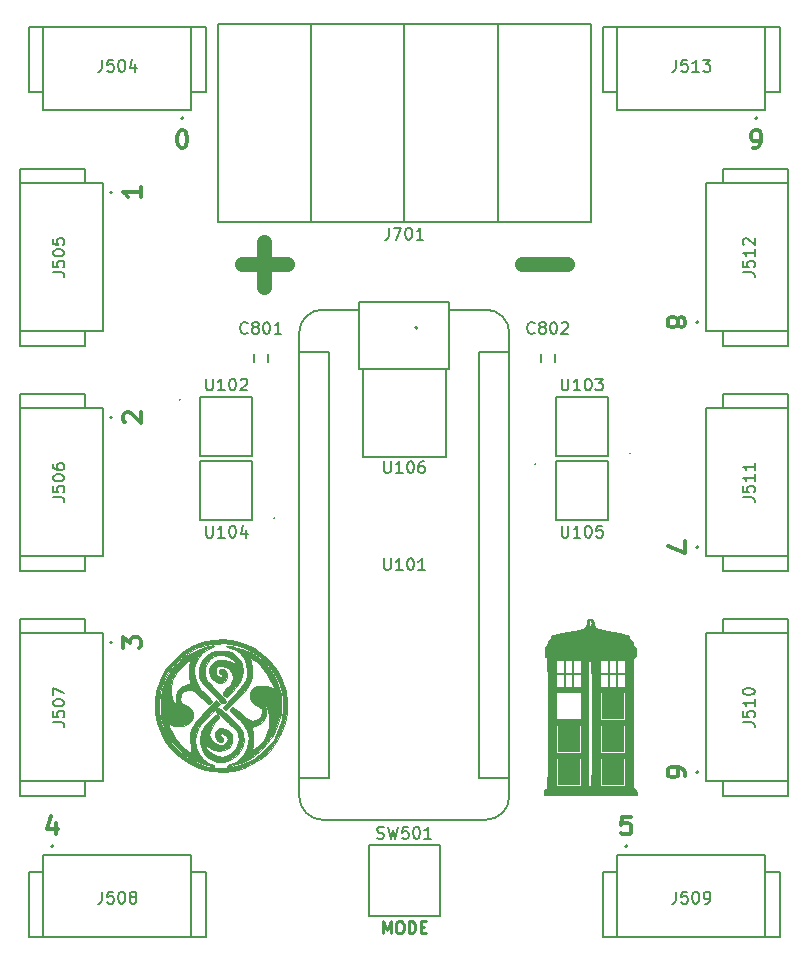
<source format=gto>
G04 #@! TF.FileFunction,Legend,Top*
%FSLAX46Y46*%
G04 Gerber Fmt 4.6, Leading zero omitted, Abs format (unit mm)*
G04 Created by KiCad (PCBNEW 4.0.7-e2-6376~58~ubuntu16.04.1) date Fri Dec 14 12:18:52 2018*
%MOMM*%
%LPD*%
G01*
G04 APERTURE LIST*
%ADD10C,0.100000*%
%ADD11C,0.300000*%
%ADD12C,1.250000*%
%ADD13C,0.250000*%
%ADD14C,0.150000*%
%ADD15C,0.010000*%
%ADD16C,0.127000*%
G04 APERTURE END LIST*
D10*
D11*
X57314286Y-7508571D02*
X57600001Y-7508571D01*
X57742858Y-7437143D01*
X57814286Y-7365714D01*
X57957144Y-7151429D01*
X58028572Y-6865714D01*
X58028572Y-6294286D01*
X57957144Y-6151429D01*
X57885715Y-6080000D01*
X57742858Y-6008571D01*
X57457144Y-6008571D01*
X57314286Y-6080000D01*
X57242858Y-6151429D01*
X57171429Y-6294286D01*
X57171429Y-6651429D01*
X57242858Y-6794286D01*
X57314286Y-6865714D01*
X57457144Y-6937143D01*
X57742858Y-6937143D01*
X57885715Y-6865714D01*
X57957144Y-6794286D01*
X58028572Y-6651429D01*
X50948571Y-22107144D02*
X51020000Y-21964286D01*
X51091429Y-21892858D01*
X51234286Y-21821429D01*
X51305714Y-21821429D01*
X51448571Y-21892858D01*
X51520000Y-21964286D01*
X51591429Y-22107144D01*
X51591429Y-22392858D01*
X51520000Y-22535715D01*
X51448571Y-22607144D01*
X51305714Y-22678572D01*
X51234286Y-22678572D01*
X51091429Y-22607144D01*
X51020000Y-22535715D01*
X50948571Y-22392858D01*
X50948571Y-22107144D01*
X50877143Y-21964286D01*
X50805714Y-21892858D01*
X50662857Y-21821429D01*
X50377143Y-21821429D01*
X50234286Y-21892858D01*
X50162857Y-21964286D01*
X50091429Y-22107144D01*
X50091429Y-22392858D01*
X50162857Y-22535715D01*
X50234286Y-22607144D01*
X50377143Y-22678572D01*
X50662857Y-22678572D01*
X50805714Y-22607144D01*
X50877143Y-22535715D01*
X50948571Y-22392858D01*
X51591429Y-40800001D02*
X51591429Y-41800001D01*
X50091429Y-41157144D01*
X51591429Y-60635715D02*
X51591429Y-60350001D01*
X51520000Y-60207144D01*
X51448571Y-60135715D01*
X51234286Y-59992858D01*
X50948571Y-59921429D01*
X50377143Y-59921429D01*
X50234286Y-59992858D01*
X50162857Y-60064286D01*
X50091429Y-60207144D01*
X50091429Y-60492858D01*
X50162857Y-60635715D01*
X50234286Y-60707144D01*
X50377143Y-60778572D01*
X50734286Y-60778572D01*
X50877143Y-60707144D01*
X50948571Y-60635715D01*
X51020000Y-60492858D01*
X51020000Y-60207144D01*
X50948571Y-60064286D01*
X50877143Y-59992858D01*
X50734286Y-59921429D01*
X46957144Y-64118571D02*
X46242858Y-64118571D01*
X46171429Y-64832857D01*
X46242858Y-64761429D01*
X46385715Y-64690000D01*
X46742858Y-64690000D01*
X46885715Y-64761429D01*
X46957144Y-64832857D01*
X47028572Y-64975714D01*
X47028572Y-65332857D01*
X46957144Y-65475714D01*
X46885715Y-65547143D01*
X46742858Y-65618571D01*
X46385715Y-65618571D01*
X46242858Y-65547143D01*
X46171429Y-65475714D01*
X-1714285Y-64618571D02*
X-1714285Y-65618571D01*
X-2071428Y-64047143D02*
X-2428571Y-65118571D01*
X-1499999Y-65118571D01*
X4008571Y-49849999D02*
X4008571Y-48921428D01*
X4580000Y-49421428D01*
X4580000Y-49207142D01*
X4651429Y-49064285D01*
X4722857Y-48992856D01*
X4865714Y-48921428D01*
X5222857Y-48921428D01*
X5365714Y-48992856D01*
X5437143Y-49064285D01*
X5508571Y-49207142D01*
X5508571Y-49635714D01*
X5437143Y-49778571D01*
X5365714Y-49849999D01*
X4151429Y-30728571D02*
X4080000Y-30657142D01*
X4008571Y-30514285D01*
X4008571Y-30157142D01*
X4080000Y-30014285D01*
X4151429Y-29942856D01*
X4294286Y-29871428D01*
X4437143Y-29871428D01*
X4651429Y-29942856D01*
X5508571Y-30799999D01*
X5508571Y-29871428D01*
X5508571Y-10821428D02*
X5508571Y-11678571D01*
X5508571Y-11249999D02*
X4008571Y-11249999D01*
X4222857Y-11392856D01*
X4365714Y-11535714D01*
X4437143Y-11678571D01*
X8928572Y-6008571D02*
X9071429Y-6008571D01*
X9214286Y-6080000D01*
X9285715Y-6151429D01*
X9357144Y-6294286D01*
X9428572Y-6580000D01*
X9428572Y-6937143D01*
X9357144Y-7222857D01*
X9285715Y-7365714D01*
X9214286Y-7437143D01*
X9071429Y-7508571D01*
X8928572Y-7508571D01*
X8785715Y-7437143D01*
X8714286Y-7365714D01*
X8642858Y-7222857D01*
X8571429Y-6937143D01*
X8571429Y-6580000D01*
X8642858Y-6294286D01*
X8714286Y-6151429D01*
X8785715Y-6080000D01*
X8928572Y-6008571D01*
D12*
X37745238Y-17339643D02*
X41554762Y-17339643D01*
X14040238Y-17339643D02*
X17849762Y-17339643D01*
X15945000Y-19244405D02*
X15945000Y-15434881D01*
D13*
X25990476Y-73977381D02*
X25990476Y-72977381D01*
X26323810Y-73691667D01*
X26657143Y-72977381D01*
X26657143Y-73977381D01*
X27323809Y-72977381D02*
X27514286Y-72977381D01*
X27609524Y-73025000D01*
X27704762Y-73120238D01*
X27752381Y-73310714D01*
X27752381Y-73644048D01*
X27704762Y-73834524D01*
X27609524Y-73929762D01*
X27514286Y-73977381D01*
X27323809Y-73977381D01*
X27228571Y-73929762D01*
X27133333Y-73834524D01*
X27085714Y-73644048D01*
X27085714Y-73310714D01*
X27133333Y-73120238D01*
X27228571Y-73025000D01*
X27323809Y-72977381D01*
X28180952Y-73977381D02*
X28180952Y-72977381D01*
X28419047Y-72977381D01*
X28561905Y-73025000D01*
X28657143Y-73120238D01*
X28704762Y-73215476D01*
X28752381Y-73405952D01*
X28752381Y-73548810D01*
X28704762Y-73739286D01*
X28657143Y-73834524D01*
X28561905Y-73929762D01*
X28419047Y-73977381D01*
X28180952Y-73977381D01*
X29180952Y-73453571D02*
X29514286Y-73453571D01*
X29657143Y-73977381D02*
X29180952Y-73977381D01*
X29180952Y-72977381D01*
X29657143Y-72977381D01*
D14*
X15050000Y-25625000D02*
X15050000Y-24925000D01*
X16250000Y-24925000D02*
X16250000Y-25625000D01*
X39350000Y-25625000D02*
X39350000Y-24925000D01*
X40550000Y-24925000D02*
X40550000Y-25625000D01*
X24000000Y-20525000D02*
X31600000Y-20525000D01*
X24000000Y-26175000D02*
X24000000Y-20525000D01*
X31600000Y-26175000D02*
X24000000Y-26175000D01*
X31600000Y-20525000D02*
X31600000Y-26175000D01*
X21450000Y-24745000D02*
X18900000Y-24745000D01*
X21450000Y-60805000D02*
X18900000Y-60805000D01*
X36700000Y-60805000D02*
X34150000Y-60805000D01*
X36700000Y-24745000D02*
X34150000Y-24745000D01*
X21450000Y-24745000D02*
X21450000Y-60805000D01*
X34150000Y-24745000D02*
X34150000Y-60805000D01*
X34700000Y-64375000D02*
G75*
G03X36700000Y-62375000I0J2000000D01*
G01*
X31600000Y-21175000D02*
X34700000Y-21175000D01*
X18900000Y-62375000D02*
X18900000Y-23175000D01*
X34700000Y-64375000D02*
X20900000Y-64375000D01*
X36700000Y-23175000D02*
X36700000Y-62375000D01*
X36700000Y-23175000D02*
G75*
G03X34700000Y-21175000I-2000000J0D01*
G01*
X20900000Y-21175000D02*
G75*
G03X18900000Y-23175000I0J-2000000D01*
G01*
X18900000Y-62375000D02*
G75*
G03X20900000Y-64375000I2000000J0D01*
G01*
X20900000Y-21175000D02*
X24000000Y-21175000D01*
X9100000Y-4980000D02*
G75*
G03X9100000Y-4980000I-100000J0D01*
G01*
X-4000000Y-2780000D02*
X-2750000Y-2780000D01*
X-4000000Y2720000D02*
X-4000000Y-2780000D01*
X11000000Y-2780000D02*
X9750000Y-2780000D01*
X11000000Y2720000D02*
X11000000Y-2780000D01*
X9750000Y2720000D02*
X9750000Y-4280000D01*
X-4000000Y2720000D02*
X11000000Y2720000D01*
X-2750000Y-4280000D02*
X-2750000Y2720000D01*
X9750000Y-4280000D02*
X-2750000Y-4280000D01*
X3080000Y-11250000D02*
G75*
G03X3080000Y-11250000I-100000J0D01*
G01*
X780000Y-24250000D02*
X780000Y-23000000D01*
X-4720000Y-24250000D02*
X780000Y-24250000D01*
X780000Y-9250000D02*
X780000Y-10500000D01*
X-4720000Y-9250000D02*
X780000Y-9250000D01*
X-4720000Y-10500000D02*
X2280000Y-10500000D01*
X-4720000Y-24250000D02*
X-4720000Y-9250000D01*
X2280000Y-23000000D02*
X-4720000Y-23000000D01*
X2280000Y-10500000D02*
X2280000Y-23000000D01*
X3080000Y-30300000D02*
G75*
G03X3080000Y-30300000I-100000J0D01*
G01*
X780000Y-43300000D02*
X780000Y-42050000D01*
X-4720000Y-43300000D02*
X780000Y-43300000D01*
X780000Y-28300000D02*
X780000Y-29550000D01*
X-4720000Y-28300000D02*
X780000Y-28300000D01*
X-4720000Y-29550000D02*
X2280000Y-29550000D01*
X-4720000Y-43300000D02*
X-4720000Y-28300000D01*
X2280000Y-42050000D02*
X-4720000Y-42050000D01*
X2280000Y-29550000D02*
X2280000Y-42050000D01*
X3080000Y-49350000D02*
G75*
G03X3080000Y-49350000I-100000J0D01*
G01*
X780000Y-62350000D02*
X780000Y-61100000D01*
X-4720000Y-62350000D02*
X780000Y-62350000D01*
X780000Y-47350000D02*
X780000Y-48600000D01*
X-4720000Y-47350000D02*
X780000Y-47350000D01*
X-4720000Y-48600000D02*
X2280000Y-48600000D01*
X-4720000Y-62350000D02*
X-4720000Y-47350000D01*
X2280000Y-61100000D02*
X-4720000Y-61100000D01*
X2280000Y-48600000D02*
X2280000Y-61100000D01*
X-1900000Y-66620000D02*
G75*
G03X-1900000Y-66620000I-100000J0D01*
G01*
X11000000Y-68820000D02*
X9750000Y-68820000D01*
X11000000Y-74320000D02*
X11000000Y-68820000D01*
X-4000000Y-68820000D02*
X-2750000Y-68820000D01*
X-4000000Y-74320000D02*
X-4000000Y-68820000D01*
X-2750000Y-74320000D02*
X-2750000Y-67320000D01*
X11000000Y-74320000D02*
X-4000000Y-74320000D01*
X9750000Y-67320000D02*
X9750000Y-74320000D01*
X-2750000Y-67320000D02*
X9750000Y-67320000D01*
X46700000Y-66620000D02*
G75*
G03X46700000Y-66620000I-100000J0D01*
G01*
X59600000Y-68820000D02*
X58350000Y-68820000D01*
X59600000Y-74320000D02*
X59600000Y-68820000D01*
X44600000Y-68820000D02*
X45850000Y-68820000D01*
X44600000Y-74320000D02*
X44600000Y-68820000D01*
X45850000Y-74320000D02*
X45850000Y-67320000D01*
X59600000Y-74320000D02*
X44600000Y-74320000D01*
X58350000Y-67320000D02*
X58350000Y-74320000D01*
X45850000Y-67320000D02*
X58350000Y-67320000D01*
X52720000Y-60350000D02*
G75*
G03X52720000Y-60350000I-100000J0D01*
G01*
X54820000Y-47350000D02*
X54820000Y-48600000D01*
X60320000Y-47350000D02*
X54820000Y-47350000D01*
X54820000Y-62350000D02*
X54820000Y-61100000D01*
X60320000Y-62350000D02*
X54820000Y-62350000D01*
X60320000Y-61100000D02*
X53320000Y-61100000D01*
X60320000Y-47350000D02*
X60320000Y-62350000D01*
X53320000Y-48600000D02*
X60320000Y-48600000D01*
X53320000Y-61100000D02*
X53320000Y-48600000D01*
X52720000Y-41300000D02*
G75*
G03X52720000Y-41300000I-100000J0D01*
G01*
X54820000Y-28300000D02*
X54820000Y-29550000D01*
X60320000Y-28300000D02*
X54820000Y-28300000D01*
X54820000Y-43300000D02*
X54820000Y-42050000D01*
X60320000Y-43300000D02*
X54820000Y-43300000D01*
X60320000Y-42050000D02*
X53320000Y-42050000D01*
X60320000Y-28300000D02*
X60320000Y-43300000D01*
X53320000Y-29550000D02*
X60320000Y-29550000D01*
X53320000Y-42050000D02*
X53320000Y-29550000D01*
X52720000Y-22250000D02*
G75*
G03X52720000Y-22250000I-100000J0D01*
G01*
X54820000Y-9250000D02*
X54820000Y-10500000D01*
X60320000Y-9250000D02*
X54820000Y-9250000D01*
X54820000Y-24250000D02*
X54820000Y-23000000D01*
X60320000Y-24250000D02*
X54820000Y-24250000D01*
X60320000Y-23000000D02*
X53320000Y-23000000D01*
X60320000Y-9250000D02*
X60320000Y-24250000D01*
X53320000Y-10500000D02*
X60320000Y-10500000D01*
X53320000Y-23000000D02*
X53320000Y-10500000D01*
X57700000Y-4980000D02*
G75*
G03X57700000Y-4980000I-100000J0D01*
G01*
X44600000Y-2780000D02*
X45850000Y-2780000D01*
X44600000Y2720000D02*
X44600000Y-2780000D01*
X59600000Y-2780000D02*
X58350000Y-2780000D01*
X59600000Y2720000D02*
X59600000Y-2780000D01*
X58350000Y2720000D02*
X58350000Y-4280000D01*
X44600000Y2720000D02*
X59600000Y2720000D01*
X45850000Y-4280000D02*
X45850000Y2720000D01*
X58350000Y-4280000D02*
X45850000Y-4280000D01*
X38900000Y-34250000D02*
G75*
G03X38900000Y-34250000I-50000J0D01*
G01*
X40650000Y-39025000D02*
X40650000Y-34025000D01*
X45050000Y-39025000D02*
X40650000Y-39025000D01*
X45050000Y-34025000D02*
X45050000Y-39025000D01*
X40650000Y-34025000D02*
X45050000Y-34025000D01*
X46900000Y-33350000D02*
G75*
G03X46900000Y-33350000I-50000J0D01*
G01*
X45050000Y-28575000D02*
X45050000Y-33575000D01*
X40650000Y-28575000D02*
X45050000Y-28575000D01*
X40650000Y-33575000D02*
X40650000Y-28575000D01*
X45050000Y-33575000D02*
X40650000Y-33575000D01*
X16800000Y-38800000D02*
G75*
G03X16800000Y-38800000I-50000J0D01*
G01*
X14950000Y-34025000D02*
X14950000Y-39025000D01*
X10550000Y-34025000D02*
X14950000Y-34025000D01*
X10550000Y-39025000D02*
X10550000Y-34025000D01*
X14950000Y-39025000D02*
X10550000Y-39025000D01*
X8800000Y-28800000D02*
G75*
G03X8800000Y-28800000I-50000J0D01*
G01*
X10550000Y-33575000D02*
X10550000Y-28575000D01*
X14950000Y-33575000D02*
X10550000Y-33575000D01*
X14950000Y-28575000D02*
X14950000Y-33575000D01*
X10550000Y-28575000D02*
X14950000Y-28575000D01*
X12000000Y3000000D02*
X12000000Y-13800000D01*
X43600000Y3000000D02*
X12000000Y3000000D01*
X43600000Y3000000D02*
X43600000Y-13800000D01*
X27800000Y3000000D02*
X27800000Y-13800000D01*
X19900000Y-13800000D02*
X19900000Y3000000D01*
X43600000Y-13800000D02*
X12000000Y-13800000D01*
X35700000Y3000000D02*
X35700000Y-13800000D01*
X28900000Y-22725000D02*
G75*
G03X28900000Y-22725000I-100000J0D01*
G01*
X31330000Y-33635000D02*
X24270000Y-33635000D01*
X31330000Y-26175000D02*
X31330000Y-33635000D01*
X24270000Y-26175000D02*
X31330000Y-26175000D01*
X24270000Y-33635000D02*
X24270000Y-26175000D01*
D15*
G36*
X43681261Y-47370453D02*
X43802587Y-47475776D01*
X43838667Y-47697917D01*
X43854780Y-47880245D01*
X43917195Y-48024283D01*
X44047026Y-48140170D01*
X44265390Y-48238043D01*
X44593400Y-48328042D01*
X45052171Y-48420305D01*
X45507491Y-48499215D01*
X46006849Y-48583386D01*
X46363761Y-48647978D01*
X46602817Y-48701206D01*
X46748606Y-48751285D01*
X46825719Y-48806429D01*
X46858746Y-48874855D01*
X46871124Y-48954784D01*
X46930119Y-49128455D01*
X47019291Y-49187000D01*
X47114173Y-49263285D01*
X47140667Y-49441000D01*
X47178531Y-49642652D01*
X47267667Y-49695000D01*
X47344255Y-49736807D01*
X47383686Y-49883503D01*
X47394667Y-50160667D01*
X47383265Y-50441492D01*
X47343257Y-50586072D01*
X47267667Y-50626334D01*
X47242113Y-50641836D01*
X47220171Y-50696116D01*
X47201575Y-50800834D01*
X47186058Y-50967651D01*
X47173352Y-51208227D01*
X47163189Y-51534222D01*
X47155304Y-51957298D01*
X47149428Y-52489113D01*
X47145295Y-53141329D01*
X47142637Y-53925606D01*
X47141188Y-54853604D01*
X47140679Y-55936984D01*
X47140667Y-56169021D01*
X47140770Y-57273233D01*
X47141326Y-58220392D01*
X47142704Y-59022780D01*
X47145273Y-59692676D01*
X47149401Y-60242362D01*
X47155459Y-60684119D01*
X47163816Y-61030227D01*
X47174840Y-61292967D01*
X47188901Y-61484619D01*
X47206367Y-61617465D01*
X47227609Y-61703786D01*
X47252995Y-61755861D01*
X47282894Y-61785972D01*
X47310000Y-61802334D01*
X47449133Y-61960850D01*
X47479334Y-62101646D01*
X47479334Y-62310334D01*
X39605334Y-62310334D01*
X39605334Y-62101646D01*
X39673537Y-61893676D01*
X39774667Y-61802334D01*
X39808400Y-61780900D01*
X39837327Y-61747221D01*
X39861818Y-61689017D01*
X39882242Y-61594006D01*
X39898968Y-61449908D01*
X39912365Y-61244442D01*
X39922802Y-60965328D01*
X39930649Y-60600284D01*
X39936274Y-60137030D01*
X39940047Y-59563286D01*
X39941314Y-59177667D01*
X40621334Y-59177667D01*
X40621334Y-61548334D01*
X42738000Y-61548334D01*
X42738000Y-59177667D01*
X40621334Y-59177667D01*
X39941314Y-59177667D01*
X39942337Y-58866769D01*
X39943512Y-58035200D01*
X39943944Y-57056298D01*
X39943986Y-56383667D01*
X40621334Y-56383667D01*
X40621334Y-58754334D01*
X42738000Y-58754334D01*
X42738000Y-56383667D01*
X40621334Y-56383667D01*
X39943986Y-56383667D01*
X39943997Y-56214334D01*
X43330667Y-56214334D01*
X43330761Y-57295760D01*
X43331304Y-58220168D01*
X43332688Y-58999874D01*
X43335302Y-59647190D01*
X43339538Y-60174434D01*
X43345787Y-60593920D01*
X43354440Y-60917962D01*
X43365888Y-61158877D01*
X43380521Y-61328978D01*
X43398732Y-61440582D01*
X43420909Y-61506003D01*
X43447446Y-61537556D01*
X43478732Y-61547556D01*
X43500000Y-61548334D01*
X43534331Y-61545366D01*
X43563677Y-61528252D01*
X43588430Y-61484678D01*
X43608980Y-61402328D01*
X43625718Y-61268887D01*
X43639035Y-61072041D01*
X43649322Y-60799473D01*
X43656970Y-60438870D01*
X43662370Y-59977915D01*
X43665913Y-59404295D01*
X43666586Y-59177667D01*
X44346667Y-59177667D01*
X44346667Y-61548334D01*
X46463334Y-61548334D01*
X46463334Y-59177667D01*
X44346667Y-59177667D01*
X43666586Y-59177667D01*
X43667990Y-58705693D01*
X43668991Y-57869796D01*
X43669309Y-56884287D01*
X43669327Y-56383667D01*
X44346667Y-56383667D01*
X44346667Y-58754334D01*
X46463334Y-58754334D01*
X46463334Y-56383667D01*
X44346667Y-56383667D01*
X43669327Y-56383667D01*
X43669334Y-56214334D01*
X43669239Y-55132907D01*
X43668696Y-54208499D01*
X43667599Y-53589667D01*
X44346667Y-53589667D01*
X44346667Y-55960334D01*
X46463334Y-55960334D01*
X46463334Y-53589667D01*
X44346667Y-53589667D01*
X43667599Y-53589667D01*
X43667313Y-53428793D01*
X43664698Y-52781477D01*
X43660462Y-52254233D01*
X43657653Y-52065667D01*
X44346667Y-52065667D01*
X44346667Y-53166334D01*
X45024000Y-53166334D01*
X45024000Y-52065667D01*
X45108667Y-52065667D01*
X45108667Y-53166334D01*
X45701334Y-53166334D01*
X45701334Y-52065667D01*
X45786000Y-52065667D01*
X45786000Y-53166334D01*
X46463334Y-53166334D01*
X46463334Y-52065667D01*
X45786000Y-52065667D01*
X45701334Y-52065667D01*
X45108667Y-52065667D01*
X45024000Y-52065667D01*
X44346667Y-52065667D01*
X43657653Y-52065667D01*
X43654213Y-51834747D01*
X43645560Y-51510705D01*
X43634112Y-51269790D01*
X43619479Y-51099689D01*
X43601269Y-50988085D01*
X43579091Y-50922664D01*
X43552555Y-50891111D01*
X43521269Y-50881111D01*
X43500000Y-50880334D01*
X44346667Y-50880334D01*
X44346667Y-51981000D01*
X45024000Y-51981000D01*
X45024000Y-50880334D01*
X45108667Y-50880334D01*
X45108667Y-51981000D01*
X45701334Y-51981000D01*
X45701334Y-50880334D01*
X45786000Y-50880334D01*
X45786000Y-51981000D01*
X46463334Y-51981000D01*
X46463334Y-50880334D01*
X45786000Y-50880334D01*
X45701334Y-50880334D01*
X45108667Y-50880334D01*
X45024000Y-50880334D01*
X44346667Y-50880334D01*
X43500000Y-50880334D01*
X43465669Y-50883301D01*
X43436323Y-50900415D01*
X43411570Y-50943989D01*
X43391021Y-51026339D01*
X43374283Y-51159780D01*
X43360966Y-51356626D01*
X43350679Y-51629194D01*
X43343031Y-51989797D01*
X43337630Y-52450752D01*
X43334088Y-53024372D01*
X43332011Y-53722974D01*
X43331009Y-54558871D01*
X43330692Y-55544380D01*
X43330667Y-56214334D01*
X39943997Y-56214334D01*
X39944000Y-56169021D01*
X39943645Y-55053754D01*
X39942401Y-54096159D01*
X39940904Y-53589667D01*
X40621334Y-53589667D01*
X40621334Y-55875667D01*
X42738000Y-55875667D01*
X42738000Y-53589667D01*
X40621334Y-53589667D01*
X39940904Y-53589667D01*
X39940002Y-53284575D01*
X39936180Y-52607342D01*
X39930795Y-52065667D01*
X40621334Y-52065667D01*
X40621334Y-53166334D01*
X41298667Y-53166334D01*
X41298667Y-52065667D01*
X41383334Y-52065667D01*
X41383334Y-53166334D01*
X41976000Y-53166334D01*
X41976000Y-52065667D01*
X42060667Y-52065667D01*
X42060667Y-53166334D01*
X42738000Y-53166334D01*
X42738000Y-52065667D01*
X42060667Y-52065667D01*
X41976000Y-52065667D01*
X41383334Y-52065667D01*
X41298667Y-52065667D01*
X40621334Y-52065667D01*
X39930795Y-52065667D01*
X39930667Y-52052800D01*
X39923198Y-51609288D01*
X39913504Y-51265146D01*
X39901318Y-51008713D01*
X39890683Y-50880334D01*
X40621334Y-50880334D01*
X40621334Y-51981000D01*
X41298667Y-51981000D01*
X41298667Y-50880334D01*
X41383334Y-50880334D01*
X41383334Y-51981000D01*
X41976000Y-51981000D01*
X41976000Y-50880334D01*
X42060667Y-50880334D01*
X42060667Y-51981000D01*
X42738000Y-51981000D01*
X42738000Y-50880334D01*
X42060667Y-50880334D01*
X41976000Y-50880334D01*
X41383334Y-50880334D01*
X41298667Y-50880334D01*
X40621334Y-50880334D01*
X39890683Y-50880334D01*
X39886374Y-50828330D01*
X39868404Y-50712335D01*
X39847140Y-50649069D01*
X39822317Y-50626871D01*
X39817000Y-50626334D01*
X39740412Y-50584527D01*
X39700981Y-50437830D01*
X39690000Y-50160667D01*
X39701402Y-49879842D01*
X39729122Y-49779667D01*
X40113334Y-49779667D01*
X40113334Y-50541667D01*
X46971334Y-50541667D01*
X46971334Y-49779667D01*
X40113334Y-49779667D01*
X39729122Y-49779667D01*
X39741410Y-49735262D01*
X39817000Y-49695000D01*
X39917826Y-49619272D01*
X39944000Y-49441000D01*
X39980453Y-49242442D01*
X40065376Y-49187000D01*
X40164838Y-49112884D01*
X40213543Y-48959005D01*
X40228485Y-48873170D01*
X40266507Y-48807108D01*
X40352115Y-48752571D01*
X40509815Y-48701314D01*
X40764111Y-48645092D01*
X41139511Y-48575657D01*
X41582946Y-48498214D01*
X42155270Y-48394086D01*
X42580763Y-48301325D01*
X42880556Y-48209804D01*
X43075781Y-48109396D01*
X43187571Y-47989974D01*
X43237056Y-47841413D01*
X43243038Y-47747667D01*
X43415334Y-47747667D01*
X43453198Y-47949319D01*
X43542334Y-48001667D01*
X43643160Y-47925939D01*
X43669334Y-47747667D01*
X43631469Y-47546015D01*
X43542334Y-47493667D01*
X43441507Y-47569395D01*
X43415334Y-47747667D01*
X43243038Y-47747667D01*
X43246000Y-47701270D01*
X43301392Y-47459183D01*
X43459652Y-47349020D01*
X43681261Y-47370453D01*
X43681261Y-47370453D01*
G37*
X43681261Y-47370453D02*
X43802587Y-47475776D01*
X43838667Y-47697917D01*
X43854780Y-47880245D01*
X43917195Y-48024283D01*
X44047026Y-48140170D01*
X44265390Y-48238043D01*
X44593400Y-48328042D01*
X45052171Y-48420305D01*
X45507491Y-48499215D01*
X46006849Y-48583386D01*
X46363761Y-48647978D01*
X46602817Y-48701206D01*
X46748606Y-48751285D01*
X46825719Y-48806429D01*
X46858746Y-48874855D01*
X46871124Y-48954784D01*
X46930119Y-49128455D01*
X47019291Y-49187000D01*
X47114173Y-49263285D01*
X47140667Y-49441000D01*
X47178531Y-49642652D01*
X47267667Y-49695000D01*
X47344255Y-49736807D01*
X47383686Y-49883503D01*
X47394667Y-50160667D01*
X47383265Y-50441492D01*
X47343257Y-50586072D01*
X47267667Y-50626334D01*
X47242113Y-50641836D01*
X47220171Y-50696116D01*
X47201575Y-50800834D01*
X47186058Y-50967651D01*
X47173352Y-51208227D01*
X47163189Y-51534222D01*
X47155304Y-51957298D01*
X47149428Y-52489113D01*
X47145295Y-53141329D01*
X47142637Y-53925606D01*
X47141188Y-54853604D01*
X47140679Y-55936984D01*
X47140667Y-56169021D01*
X47140770Y-57273233D01*
X47141326Y-58220392D01*
X47142704Y-59022780D01*
X47145273Y-59692676D01*
X47149401Y-60242362D01*
X47155459Y-60684119D01*
X47163816Y-61030227D01*
X47174840Y-61292967D01*
X47188901Y-61484619D01*
X47206367Y-61617465D01*
X47227609Y-61703786D01*
X47252995Y-61755861D01*
X47282894Y-61785972D01*
X47310000Y-61802334D01*
X47449133Y-61960850D01*
X47479334Y-62101646D01*
X47479334Y-62310334D01*
X39605334Y-62310334D01*
X39605334Y-62101646D01*
X39673537Y-61893676D01*
X39774667Y-61802334D01*
X39808400Y-61780900D01*
X39837327Y-61747221D01*
X39861818Y-61689017D01*
X39882242Y-61594006D01*
X39898968Y-61449908D01*
X39912365Y-61244442D01*
X39922802Y-60965328D01*
X39930649Y-60600284D01*
X39936274Y-60137030D01*
X39940047Y-59563286D01*
X39941314Y-59177667D01*
X40621334Y-59177667D01*
X40621334Y-61548334D01*
X42738000Y-61548334D01*
X42738000Y-59177667D01*
X40621334Y-59177667D01*
X39941314Y-59177667D01*
X39942337Y-58866769D01*
X39943512Y-58035200D01*
X39943944Y-57056298D01*
X39943986Y-56383667D01*
X40621334Y-56383667D01*
X40621334Y-58754334D01*
X42738000Y-58754334D01*
X42738000Y-56383667D01*
X40621334Y-56383667D01*
X39943986Y-56383667D01*
X39943997Y-56214334D01*
X43330667Y-56214334D01*
X43330761Y-57295760D01*
X43331304Y-58220168D01*
X43332688Y-58999874D01*
X43335302Y-59647190D01*
X43339538Y-60174434D01*
X43345787Y-60593920D01*
X43354440Y-60917962D01*
X43365888Y-61158877D01*
X43380521Y-61328978D01*
X43398732Y-61440582D01*
X43420909Y-61506003D01*
X43447446Y-61537556D01*
X43478732Y-61547556D01*
X43500000Y-61548334D01*
X43534331Y-61545366D01*
X43563677Y-61528252D01*
X43588430Y-61484678D01*
X43608980Y-61402328D01*
X43625718Y-61268887D01*
X43639035Y-61072041D01*
X43649322Y-60799473D01*
X43656970Y-60438870D01*
X43662370Y-59977915D01*
X43665913Y-59404295D01*
X43666586Y-59177667D01*
X44346667Y-59177667D01*
X44346667Y-61548334D01*
X46463334Y-61548334D01*
X46463334Y-59177667D01*
X44346667Y-59177667D01*
X43666586Y-59177667D01*
X43667990Y-58705693D01*
X43668991Y-57869796D01*
X43669309Y-56884287D01*
X43669327Y-56383667D01*
X44346667Y-56383667D01*
X44346667Y-58754334D01*
X46463334Y-58754334D01*
X46463334Y-56383667D01*
X44346667Y-56383667D01*
X43669327Y-56383667D01*
X43669334Y-56214334D01*
X43669239Y-55132907D01*
X43668696Y-54208499D01*
X43667599Y-53589667D01*
X44346667Y-53589667D01*
X44346667Y-55960334D01*
X46463334Y-55960334D01*
X46463334Y-53589667D01*
X44346667Y-53589667D01*
X43667599Y-53589667D01*
X43667313Y-53428793D01*
X43664698Y-52781477D01*
X43660462Y-52254233D01*
X43657653Y-52065667D01*
X44346667Y-52065667D01*
X44346667Y-53166334D01*
X45024000Y-53166334D01*
X45024000Y-52065667D01*
X45108667Y-52065667D01*
X45108667Y-53166334D01*
X45701334Y-53166334D01*
X45701334Y-52065667D01*
X45786000Y-52065667D01*
X45786000Y-53166334D01*
X46463334Y-53166334D01*
X46463334Y-52065667D01*
X45786000Y-52065667D01*
X45701334Y-52065667D01*
X45108667Y-52065667D01*
X45024000Y-52065667D01*
X44346667Y-52065667D01*
X43657653Y-52065667D01*
X43654213Y-51834747D01*
X43645560Y-51510705D01*
X43634112Y-51269790D01*
X43619479Y-51099689D01*
X43601269Y-50988085D01*
X43579091Y-50922664D01*
X43552555Y-50891111D01*
X43521269Y-50881111D01*
X43500000Y-50880334D01*
X44346667Y-50880334D01*
X44346667Y-51981000D01*
X45024000Y-51981000D01*
X45024000Y-50880334D01*
X45108667Y-50880334D01*
X45108667Y-51981000D01*
X45701334Y-51981000D01*
X45701334Y-50880334D01*
X45786000Y-50880334D01*
X45786000Y-51981000D01*
X46463334Y-51981000D01*
X46463334Y-50880334D01*
X45786000Y-50880334D01*
X45701334Y-50880334D01*
X45108667Y-50880334D01*
X45024000Y-50880334D01*
X44346667Y-50880334D01*
X43500000Y-50880334D01*
X43465669Y-50883301D01*
X43436323Y-50900415D01*
X43411570Y-50943989D01*
X43391021Y-51026339D01*
X43374283Y-51159780D01*
X43360966Y-51356626D01*
X43350679Y-51629194D01*
X43343031Y-51989797D01*
X43337630Y-52450752D01*
X43334088Y-53024372D01*
X43332011Y-53722974D01*
X43331009Y-54558871D01*
X43330692Y-55544380D01*
X43330667Y-56214334D01*
X39943997Y-56214334D01*
X39944000Y-56169021D01*
X39943645Y-55053754D01*
X39942401Y-54096159D01*
X39940904Y-53589667D01*
X40621334Y-53589667D01*
X40621334Y-55875667D01*
X42738000Y-55875667D01*
X42738000Y-53589667D01*
X40621334Y-53589667D01*
X39940904Y-53589667D01*
X39940002Y-53284575D01*
X39936180Y-52607342D01*
X39930795Y-52065667D01*
X40621334Y-52065667D01*
X40621334Y-53166334D01*
X41298667Y-53166334D01*
X41298667Y-52065667D01*
X41383334Y-52065667D01*
X41383334Y-53166334D01*
X41976000Y-53166334D01*
X41976000Y-52065667D01*
X42060667Y-52065667D01*
X42060667Y-53166334D01*
X42738000Y-53166334D01*
X42738000Y-52065667D01*
X42060667Y-52065667D01*
X41976000Y-52065667D01*
X41383334Y-52065667D01*
X41298667Y-52065667D01*
X40621334Y-52065667D01*
X39930795Y-52065667D01*
X39930667Y-52052800D01*
X39923198Y-51609288D01*
X39913504Y-51265146D01*
X39901318Y-51008713D01*
X39890683Y-50880334D01*
X40621334Y-50880334D01*
X40621334Y-51981000D01*
X41298667Y-51981000D01*
X41298667Y-50880334D01*
X41383334Y-50880334D01*
X41383334Y-51981000D01*
X41976000Y-51981000D01*
X41976000Y-50880334D01*
X42060667Y-50880334D01*
X42060667Y-51981000D01*
X42738000Y-51981000D01*
X42738000Y-50880334D01*
X42060667Y-50880334D01*
X41976000Y-50880334D01*
X41383334Y-50880334D01*
X41298667Y-50880334D01*
X40621334Y-50880334D01*
X39890683Y-50880334D01*
X39886374Y-50828330D01*
X39868404Y-50712335D01*
X39847140Y-50649069D01*
X39822317Y-50626871D01*
X39817000Y-50626334D01*
X39740412Y-50584527D01*
X39700981Y-50437830D01*
X39690000Y-50160667D01*
X39701402Y-49879842D01*
X39729122Y-49779667D01*
X40113334Y-49779667D01*
X40113334Y-50541667D01*
X46971334Y-50541667D01*
X46971334Y-49779667D01*
X40113334Y-49779667D01*
X39729122Y-49779667D01*
X39741410Y-49735262D01*
X39817000Y-49695000D01*
X39917826Y-49619272D01*
X39944000Y-49441000D01*
X39980453Y-49242442D01*
X40065376Y-49187000D01*
X40164838Y-49112884D01*
X40213543Y-48959005D01*
X40228485Y-48873170D01*
X40266507Y-48807108D01*
X40352115Y-48752571D01*
X40509815Y-48701314D01*
X40764111Y-48645092D01*
X41139511Y-48575657D01*
X41582946Y-48498214D01*
X42155270Y-48394086D01*
X42580763Y-48301325D01*
X42880556Y-48209804D01*
X43075781Y-48109396D01*
X43187571Y-47989974D01*
X43237056Y-47841413D01*
X43243038Y-47747667D01*
X43415334Y-47747667D01*
X43453198Y-47949319D01*
X43542334Y-48001667D01*
X43643160Y-47925939D01*
X43669334Y-47747667D01*
X43631469Y-47546015D01*
X43542334Y-47493667D01*
X43441507Y-47569395D01*
X43415334Y-47747667D01*
X43243038Y-47747667D01*
X43246000Y-47701270D01*
X43301392Y-47459183D01*
X43459652Y-47349020D01*
X43681261Y-47370453D01*
G36*
X42568667Y-61379000D02*
X40790667Y-61379000D01*
X40790667Y-59262334D01*
X42568667Y-59262334D01*
X42568667Y-61379000D01*
X42568667Y-61379000D01*
G37*
X42568667Y-61379000D02*
X40790667Y-61379000D01*
X40790667Y-59262334D01*
X42568667Y-59262334D01*
X42568667Y-61379000D01*
G36*
X46294000Y-61379000D02*
X44516000Y-61379000D01*
X44516000Y-59262334D01*
X46294000Y-59262334D01*
X46294000Y-61379000D01*
X46294000Y-61379000D01*
G37*
X46294000Y-61379000D02*
X44516000Y-61379000D01*
X44516000Y-59262334D01*
X46294000Y-59262334D01*
X46294000Y-61379000D01*
G36*
X42568667Y-58585000D02*
X40790667Y-58585000D01*
X40790667Y-56468334D01*
X42568667Y-56468334D01*
X42568667Y-58585000D01*
X42568667Y-58585000D01*
G37*
X42568667Y-58585000D02*
X40790667Y-58585000D01*
X40790667Y-56468334D01*
X42568667Y-56468334D01*
X42568667Y-58585000D01*
G36*
X46294000Y-58585000D02*
X44516000Y-58585000D01*
X44516000Y-56468334D01*
X46294000Y-56468334D01*
X46294000Y-58585000D01*
X46294000Y-58585000D01*
G37*
X46294000Y-58585000D02*
X44516000Y-58585000D01*
X44516000Y-56468334D01*
X46294000Y-56468334D01*
X46294000Y-58585000D01*
G36*
X46294000Y-55791000D02*
X44516000Y-55791000D01*
X44516000Y-53674334D01*
X46294000Y-53674334D01*
X46294000Y-55791000D01*
X46294000Y-55791000D01*
G37*
X46294000Y-55791000D02*
X44516000Y-55791000D01*
X44516000Y-53674334D01*
X46294000Y-53674334D01*
X46294000Y-55791000D01*
G36*
X46886667Y-50457000D02*
X40198000Y-50457000D01*
X40198000Y-49864334D01*
X46886667Y-49864334D01*
X46886667Y-50457000D01*
X46886667Y-50457000D01*
G37*
X46886667Y-50457000D02*
X40198000Y-50457000D01*
X40198000Y-49864334D01*
X46886667Y-49864334D01*
X46886667Y-50457000D01*
D16*
X30800000Y-66525000D02*
X30800000Y-72525000D01*
X24800000Y-66525000D02*
X30800000Y-66525000D01*
X24800000Y-72525000D02*
X24800000Y-66525000D01*
X30800000Y-72525000D02*
X24800000Y-72525000D01*
D15*
G36*
X13171780Y-49167542D02*
X13851873Y-49302864D01*
X14098663Y-49379523D01*
X14989763Y-49779191D01*
X15783243Y-50308661D01*
X16468048Y-50953342D01*
X17033126Y-51698645D01*
X17467423Y-52529978D01*
X17759885Y-53432750D01*
X17899460Y-54392370D01*
X17899740Y-54397029D01*
X17875785Y-55328320D01*
X17700046Y-56218562D01*
X17386309Y-57055025D01*
X16948364Y-57824978D01*
X16399996Y-58515690D01*
X15754992Y-59114432D01*
X15027141Y-59608473D01*
X14230230Y-59985082D01*
X13378044Y-60231529D01*
X12484373Y-60335084D01*
X11563003Y-60283015D01*
X11530334Y-60278204D01*
X10943759Y-60165256D01*
X10419016Y-60002294D01*
X9873870Y-59762162D01*
X9698249Y-59673191D01*
X8896291Y-59166926D01*
X8207802Y-58548341D01*
X7639041Y-57835611D01*
X7196270Y-57046910D01*
X6885748Y-56200410D01*
X6713735Y-55314286D01*
X6686492Y-54406710D01*
X6690852Y-54374625D01*
X7038150Y-54374625D01*
X7040331Y-55076559D01*
X7111831Y-55746632D01*
X7231021Y-56256667D01*
X7590293Y-57119992D01*
X8087026Y-57896588D01*
X8706214Y-58573403D01*
X9432856Y-59137384D01*
X10251947Y-59575481D01*
X11148483Y-59874641D01*
X11467967Y-59942330D01*
X11938689Y-59986730D01*
X12500975Y-59976850D01*
X13087822Y-59917838D01*
X13632232Y-59814840D01*
X13827756Y-59761049D01*
X14316290Y-59595792D01*
X14715359Y-59419078D01*
X15095429Y-59194754D01*
X15516282Y-58894700D01*
X16185481Y-58288772D01*
X16732314Y-57579065D01*
X17149268Y-56786229D01*
X17428831Y-55930915D01*
X17563489Y-55033772D01*
X17545730Y-54115453D01*
X17457810Y-53558264D01*
X17196699Y-52722819D01*
X16788303Y-51940250D01*
X16251273Y-51229672D01*
X15604257Y-50610197D01*
X14865905Y-50100940D01*
X14054866Y-49721013D01*
X13565712Y-49569273D01*
X13083533Y-49486758D01*
X12507299Y-49448691D01*
X11906349Y-49455072D01*
X11350024Y-49505900D01*
X11018955Y-49569273D01*
X10156466Y-49870050D01*
X9370024Y-50317379D01*
X8646504Y-50918811D01*
X8608988Y-50955802D01*
X8103417Y-51507602D01*
X7719132Y-52051072D01*
X7420789Y-52642229D01*
X7240961Y-53124000D01*
X7105093Y-53703036D01*
X7038150Y-54374625D01*
X6690852Y-54374625D01*
X6810279Y-53495857D01*
X7091357Y-52599901D01*
X7186457Y-52381408D01*
X7662202Y-51546897D01*
X8268113Y-50808937D01*
X8986072Y-50182357D01*
X9797966Y-49681987D01*
X10685678Y-49322656D01*
X11041488Y-49225614D01*
X11699679Y-49125549D01*
X12432079Y-49107314D01*
X13171780Y-49167542D01*
X13171780Y-49167542D01*
G37*
X13171780Y-49167542D02*
X13851873Y-49302864D01*
X14098663Y-49379523D01*
X14989763Y-49779191D01*
X15783243Y-50308661D01*
X16468048Y-50953342D01*
X17033126Y-51698645D01*
X17467423Y-52529978D01*
X17759885Y-53432750D01*
X17899460Y-54392370D01*
X17899740Y-54397029D01*
X17875785Y-55328320D01*
X17700046Y-56218562D01*
X17386309Y-57055025D01*
X16948364Y-57824978D01*
X16399996Y-58515690D01*
X15754992Y-59114432D01*
X15027141Y-59608473D01*
X14230230Y-59985082D01*
X13378044Y-60231529D01*
X12484373Y-60335084D01*
X11563003Y-60283015D01*
X11530334Y-60278204D01*
X10943759Y-60165256D01*
X10419016Y-60002294D01*
X9873870Y-59762162D01*
X9698249Y-59673191D01*
X8896291Y-59166926D01*
X8207802Y-58548341D01*
X7639041Y-57835611D01*
X7196270Y-57046910D01*
X6885748Y-56200410D01*
X6713735Y-55314286D01*
X6686492Y-54406710D01*
X6690852Y-54374625D01*
X7038150Y-54374625D01*
X7040331Y-55076559D01*
X7111831Y-55746632D01*
X7231021Y-56256667D01*
X7590293Y-57119992D01*
X8087026Y-57896588D01*
X8706214Y-58573403D01*
X9432856Y-59137384D01*
X10251947Y-59575481D01*
X11148483Y-59874641D01*
X11467967Y-59942330D01*
X11938689Y-59986730D01*
X12500975Y-59976850D01*
X13087822Y-59917838D01*
X13632232Y-59814840D01*
X13827756Y-59761049D01*
X14316290Y-59595792D01*
X14715359Y-59419078D01*
X15095429Y-59194754D01*
X15516282Y-58894700D01*
X16185481Y-58288772D01*
X16732314Y-57579065D01*
X17149268Y-56786229D01*
X17428831Y-55930915D01*
X17563489Y-55033772D01*
X17545730Y-54115453D01*
X17457810Y-53558264D01*
X17196699Y-52722819D01*
X16788303Y-51940250D01*
X16251273Y-51229672D01*
X15604257Y-50610197D01*
X14865905Y-50100940D01*
X14054866Y-49721013D01*
X13565712Y-49569273D01*
X13083533Y-49486758D01*
X12507299Y-49448691D01*
X11906349Y-49455072D01*
X11350024Y-49505900D01*
X11018955Y-49569273D01*
X10156466Y-49870050D01*
X9370024Y-50317379D01*
X8646504Y-50918811D01*
X8608988Y-50955802D01*
X8103417Y-51507602D01*
X7719132Y-52051072D01*
X7420789Y-52642229D01*
X7240961Y-53124000D01*
X7105093Y-53703036D01*
X7038150Y-54374625D01*
X6690852Y-54374625D01*
X6810279Y-53495857D01*
X7091357Y-52599901D01*
X7186457Y-52381408D01*
X7662202Y-51546897D01*
X8268113Y-50808937D01*
X8986072Y-50182357D01*
X9797966Y-49681987D01*
X10685678Y-49322656D01*
X11041488Y-49225614D01*
X11699679Y-49125549D01*
X12432079Y-49107314D01*
X13171780Y-49167542D01*
G36*
X11719047Y-49638578D02*
X11683030Y-49704061D01*
X11550610Y-49777904D01*
X11413102Y-49819854D01*
X11037068Y-49978243D01*
X10673837Y-50267041D01*
X10364392Y-50649686D01*
X10243296Y-50863454D01*
X10097211Y-51206920D01*
X10028656Y-51520672D01*
X10015959Y-51898250D01*
X10049987Y-52307901D01*
X10149791Y-52661795D01*
X10335484Y-52997620D01*
X10627179Y-53353064D01*
X10980304Y-53705201D01*
X11290760Y-54014425D01*
X11471721Y-54240852D01*
X11530548Y-54401404D01*
X11474601Y-54513003D01*
X11359041Y-54575801D01*
X11225566Y-54543610D01*
X10994919Y-54380123D01*
X10664710Y-54083607D01*
X10616287Y-54037076D01*
X10331258Y-53777863D01*
X10064465Y-53563864D01*
X9854515Y-53424740D01*
X9774213Y-53390095D01*
X9456150Y-53388109D01*
X9151353Y-53512076D01*
X8921876Y-53731752D01*
X8868328Y-53831608D01*
X8790530Y-54156592D01*
X8861680Y-54401941D01*
X9083564Y-54571792D01*
X9207837Y-54617418D01*
X9567573Y-54793010D01*
X9817581Y-55052386D01*
X9944427Y-55363074D01*
X9934677Y-55692603D01*
X9780451Y-56001508D01*
X9478660Y-56258963D01*
X9085644Y-56418525D01*
X8655418Y-56469361D01*
X8241999Y-56400635D01*
X8097129Y-56339159D01*
X7927390Y-56259979D01*
X7859185Y-56267164D01*
X7847334Y-56348474D01*
X7894145Y-56529198D01*
X8018295Y-56802189D01*
X8195353Y-57124373D01*
X8400890Y-57452677D01*
X8610476Y-57744027D01*
X8700258Y-57852348D01*
X8916753Y-58074603D01*
X9163547Y-58292734D01*
X9405729Y-58480342D01*
X9608385Y-58611032D01*
X9736604Y-58658406D01*
X9756743Y-58651145D01*
X9764675Y-58550520D01*
X9736665Y-58341908D01*
X9706504Y-58194068D01*
X9645715Y-57654309D01*
X9691374Y-57104064D01*
X9835053Y-56604185D01*
X9960458Y-56360555D01*
X10109075Y-56158224D01*
X10346588Y-55871294D01*
X10642472Y-55535219D01*
X10966203Y-55185452D01*
X11027330Y-55121426D01*
X11855690Y-54258393D01*
X12027947Y-54430651D01*
X12200204Y-54602908D01*
X11347150Y-55472120D01*
X10912782Y-55928166D01*
X10591970Y-56303114D01*
X10368682Y-56624862D01*
X10226888Y-56921312D01*
X10150555Y-57220363D01*
X10123653Y-57549915D01*
X10122898Y-57602715D01*
X10191372Y-58225281D01*
X10399965Y-58770630D01*
X10738332Y-59222566D01*
X11196128Y-59564893D01*
X11452543Y-59684464D01*
X11664853Y-59778336D01*
X11729548Y-59832608D01*
X11663477Y-59848006D01*
X11483486Y-59825254D01*
X11206423Y-59765079D01*
X10849136Y-59668205D01*
X10810667Y-59656832D01*
X10140509Y-59419627D01*
X9571471Y-59125341D01*
X9044613Y-58738555D01*
X8608718Y-58333539D01*
X8053841Y-57694534D01*
X7643958Y-57024629D01*
X7355044Y-56282580D01*
X7300676Y-56087788D01*
X7223442Y-55652096D01*
X7181539Y-55114782D01*
X7175077Y-54537876D01*
X7204166Y-53983407D01*
X7268916Y-53513405D01*
X7295912Y-53395836D01*
X7317572Y-53335667D01*
X8064000Y-53335667D01*
X8084228Y-53750889D01*
X8145530Y-54063654D01*
X8256221Y-54330500D01*
X8370666Y-54540238D01*
X8451674Y-54669927D01*
X8471626Y-54690333D01*
X8480404Y-54614564D01*
X8471990Y-54420782D01*
X8459227Y-54267980D01*
X8482055Y-53789267D01*
X8643679Y-53397517D01*
X8934597Y-53106354D01*
X9345301Y-52929401D01*
X9402210Y-52916483D01*
X9583786Y-52858410D01*
X9638004Y-52759178D01*
X9625694Y-52653996D01*
X9596241Y-52396029D01*
X9584731Y-52048041D01*
X9590222Y-51674841D01*
X9611770Y-51341235D01*
X9648113Y-51113166D01*
X9672959Y-50947628D01*
X9641375Y-50880333D01*
X9514544Y-50941427D01*
X9313458Y-51103585D01*
X9068988Y-51335119D01*
X8812003Y-51604344D01*
X8573375Y-51879573D01*
X8383972Y-52129119D01*
X8310731Y-52246169D01*
X8174344Y-52517037D01*
X8098716Y-52755648D01*
X8067642Y-53033553D01*
X8064000Y-53335667D01*
X7317572Y-53335667D01*
X7601860Y-52545956D01*
X8050438Y-51779831D01*
X8632099Y-51106953D01*
X9337294Y-50536814D01*
X10156473Y-50078906D01*
X10925419Y-49788020D01*
X11230497Y-49699648D01*
X11481448Y-49636023D01*
X11625865Y-49610382D01*
X11628915Y-49610333D01*
X11719047Y-49638578D01*
X11719047Y-49638578D01*
G37*
X11719047Y-49638578D02*
X11683030Y-49704061D01*
X11550610Y-49777904D01*
X11413102Y-49819854D01*
X11037068Y-49978243D01*
X10673837Y-50267041D01*
X10364392Y-50649686D01*
X10243296Y-50863454D01*
X10097211Y-51206920D01*
X10028656Y-51520672D01*
X10015959Y-51898250D01*
X10049987Y-52307901D01*
X10149791Y-52661795D01*
X10335484Y-52997620D01*
X10627179Y-53353064D01*
X10980304Y-53705201D01*
X11290760Y-54014425D01*
X11471721Y-54240852D01*
X11530548Y-54401404D01*
X11474601Y-54513003D01*
X11359041Y-54575801D01*
X11225566Y-54543610D01*
X10994919Y-54380123D01*
X10664710Y-54083607D01*
X10616287Y-54037076D01*
X10331258Y-53777863D01*
X10064465Y-53563864D01*
X9854515Y-53424740D01*
X9774213Y-53390095D01*
X9456150Y-53388109D01*
X9151353Y-53512076D01*
X8921876Y-53731752D01*
X8868328Y-53831608D01*
X8790530Y-54156592D01*
X8861680Y-54401941D01*
X9083564Y-54571792D01*
X9207837Y-54617418D01*
X9567573Y-54793010D01*
X9817581Y-55052386D01*
X9944427Y-55363074D01*
X9934677Y-55692603D01*
X9780451Y-56001508D01*
X9478660Y-56258963D01*
X9085644Y-56418525D01*
X8655418Y-56469361D01*
X8241999Y-56400635D01*
X8097129Y-56339159D01*
X7927390Y-56259979D01*
X7859185Y-56267164D01*
X7847334Y-56348474D01*
X7894145Y-56529198D01*
X8018295Y-56802189D01*
X8195353Y-57124373D01*
X8400890Y-57452677D01*
X8610476Y-57744027D01*
X8700258Y-57852348D01*
X8916753Y-58074603D01*
X9163547Y-58292734D01*
X9405729Y-58480342D01*
X9608385Y-58611032D01*
X9736604Y-58658406D01*
X9756743Y-58651145D01*
X9764675Y-58550520D01*
X9736665Y-58341908D01*
X9706504Y-58194068D01*
X9645715Y-57654309D01*
X9691374Y-57104064D01*
X9835053Y-56604185D01*
X9960458Y-56360555D01*
X10109075Y-56158224D01*
X10346588Y-55871294D01*
X10642472Y-55535219D01*
X10966203Y-55185452D01*
X11027330Y-55121426D01*
X11855690Y-54258393D01*
X12027947Y-54430651D01*
X12200204Y-54602908D01*
X11347150Y-55472120D01*
X10912782Y-55928166D01*
X10591970Y-56303114D01*
X10368682Y-56624862D01*
X10226888Y-56921312D01*
X10150555Y-57220363D01*
X10123653Y-57549915D01*
X10122898Y-57602715D01*
X10191372Y-58225281D01*
X10399965Y-58770630D01*
X10738332Y-59222566D01*
X11196128Y-59564893D01*
X11452543Y-59684464D01*
X11664853Y-59778336D01*
X11729548Y-59832608D01*
X11663477Y-59848006D01*
X11483486Y-59825254D01*
X11206423Y-59765079D01*
X10849136Y-59668205D01*
X10810667Y-59656832D01*
X10140509Y-59419627D01*
X9571471Y-59125341D01*
X9044613Y-58738555D01*
X8608718Y-58333539D01*
X8053841Y-57694534D01*
X7643958Y-57024629D01*
X7355044Y-56282580D01*
X7300676Y-56087788D01*
X7223442Y-55652096D01*
X7181539Y-55114782D01*
X7175077Y-54537876D01*
X7204166Y-53983407D01*
X7268916Y-53513405D01*
X7295912Y-53395836D01*
X7317572Y-53335667D01*
X8064000Y-53335667D01*
X8084228Y-53750889D01*
X8145530Y-54063654D01*
X8256221Y-54330500D01*
X8370666Y-54540238D01*
X8451674Y-54669927D01*
X8471626Y-54690333D01*
X8480404Y-54614564D01*
X8471990Y-54420782D01*
X8459227Y-54267980D01*
X8482055Y-53789267D01*
X8643679Y-53397517D01*
X8934597Y-53106354D01*
X9345301Y-52929401D01*
X9402210Y-52916483D01*
X9583786Y-52858410D01*
X9638004Y-52759178D01*
X9625694Y-52653996D01*
X9596241Y-52396029D01*
X9584731Y-52048041D01*
X9590222Y-51674841D01*
X9611770Y-51341235D01*
X9648113Y-51113166D01*
X9672959Y-50947628D01*
X9641375Y-50880333D01*
X9514544Y-50941427D01*
X9313458Y-51103585D01*
X9068988Y-51335119D01*
X8812003Y-51604344D01*
X8573375Y-51879573D01*
X8383972Y-52129119D01*
X8310731Y-52246169D01*
X8174344Y-52517037D01*
X8098716Y-52755648D01*
X8067642Y-53033553D01*
X8064000Y-53335667D01*
X7317572Y-53335667D01*
X7601860Y-52545956D01*
X8050438Y-51779831D01*
X8632099Y-51106953D01*
X9337294Y-50536814D01*
X10156473Y-50078906D01*
X10925419Y-49788020D01*
X11230497Y-49699648D01*
X11481448Y-49636023D01*
X11625865Y-49610382D01*
X11628915Y-49610333D01*
X11719047Y-49638578D01*
G36*
X12936099Y-49637669D02*
X13244933Y-49698657D01*
X13625732Y-49797583D01*
X14035847Y-49922017D01*
X14432632Y-50059529D01*
X14773440Y-50197686D01*
X14890389Y-50253300D01*
X15460083Y-50624522D01*
X16002957Y-51136002D01*
X16494899Y-51758685D01*
X16911800Y-52463519D01*
X17132194Y-52954667D01*
X17234829Y-53232659D01*
X17302437Y-53477597D01*
X17342209Y-53738719D01*
X17361337Y-54065263D01*
X17367011Y-54506469D01*
X17367121Y-54563333D01*
X17363088Y-55028462D01*
X17344882Y-55375726D01*
X17305495Y-55656440D01*
X17237920Y-55921921D01*
X17143560Y-56200330D01*
X16733340Y-57104612D01*
X16201079Y-57900035D01*
X15555961Y-58577648D01*
X14807175Y-59128500D01*
X13963904Y-59543637D01*
X13574582Y-59678178D01*
X13169396Y-59793454D01*
X12911702Y-59846384D01*
X12792051Y-59838217D01*
X12793575Y-59781269D01*
X12902673Y-59711555D01*
X13073738Y-59659154D01*
X13521538Y-59485213D01*
X13923350Y-59176065D01*
X14254892Y-58764439D01*
X14491881Y-58283064D01*
X14610034Y-57764671D01*
X14618807Y-57576643D01*
X14579899Y-57140276D01*
X14454476Y-56750033D01*
X14352511Y-56582449D01*
X14899185Y-56582449D01*
X14917998Y-56670767D01*
X14984573Y-56988601D01*
X15019407Y-57379570D01*
X15019455Y-57767360D01*
X14981675Y-58075654D01*
X14975048Y-58101550D01*
X14935622Y-58321080D01*
X14979920Y-58410028D01*
X15115768Y-58368804D01*
X15350990Y-58197819D01*
X15436867Y-58125769D01*
X15657207Y-57894480D01*
X15892218Y-57582192D01*
X16065940Y-57300269D01*
X16206996Y-57026967D01*
X16292979Y-56805382D01*
X16337212Y-56575575D01*
X16353013Y-56277607D01*
X16354307Y-56002667D01*
X16335495Y-55501374D01*
X16278965Y-55131368D01*
X16205029Y-54910167D01*
X16091158Y-54689392D01*
X16024595Y-54629009D01*
X16013673Y-54724622D01*
X16066725Y-54971836D01*
X16069431Y-54981693D01*
X16099813Y-55385483D01*
X15985056Y-55770934D01*
X15748429Y-56101999D01*
X15413199Y-56342631D01*
X15129038Y-56438626D01*
X14948223Y-56493642D01*
X14899185Y-56582449D01*
X14352511Y-56582449D01*
X14223947Y-56371152D01*
X13869716Y-55968870D01*
X13641024Y-55748667D01*
X13327352Y-55445901D01*
X13136125Y-55229141D01*
X13054606Y-55082418D01*
X13055385Y-55014379D01*
X13135224Y-54880426D01*
X13250060Y-54841219D01*
X13418800Y-54904386D01*
X13660352Y-55077554D01*
X13993626Y-55368350D01*
X14041256Y-55412042D01*
X14413787Y-55736930D01*
X14702033Y-55949402D01*
X14895058Y-56041622D01*
X14924669Y-56045000D01*
X15283774Y-55966794D01*
X15566398Y-55744842D01*
X15682297Y-55560426D01*
X15780430Y-55234294D01*
X15728200Y-54985880D01*
X15525469Y-54814756D01*
X15427809Y-54775927D01*
X15073610Y-54588536D01*
X14835564Y-54318234D01*
X14724730Y-53998288D01*
X14752167Y-53661965D01*
X14928935Y-53342532D01*
X14945111Y-53323981D01*
X15123977Y-53156143D01*
X15320772Y-53065518D01*
X15607180Y-53020753D01*
X15646109Y-53017376D01*
X16159474Y-53035586D01*
X16432672Y-53115064D01*
X16642855Y-53199576D01*
X16776553Y-53247161D01*
X16794293Y-53251000D01*
X16774020Y-53181669D01*
X16689686Y-52995521D01*
X16556596Y-52725321D01*
X16468027Y-52552500D01*
X16283797Y-52236585D01*
X16060808Y-51913833D01*
X15815014Y-51599630D01*
X15562365Y-51309366D01*
X15318816Y-51058429D01*
X15100318Y-50862206D01*
X14922825Y-50736086D01*
X14802288Y-50695456D01*
X14754660Y-50755707D01*
X14795895Y-50932224D01*
X14800362Y-50943833D01*
X14845031Y-51142837D01*
X14877202Y-51447697D01*
X14890369Y-51795042D01*
X14890409Y-51820895D01*
X14872240Y-52199580D01*
X14808537Y-52535056D01*
X14684001Y-52855362D01*
X14483332Y-53188538D01*
X14191228Y-53562625D01*
X13792391Y-54005663D01*
X13572001Y-54237086D01*
X13231264Y-54588646D01*
X12986576Y-54832387D01*
X12817613Y-54983500D01*
X12704052Y-55057174D01*
X12625570Y-55068601D01*
X12561843Y-55032970D01*
X12537404Y-55010385D01*
X12485270Y-54947184D01*
X12474895Y-54876196D01*
X12521015Y-54776013D01*
X12638364Y-54625230D01*
X12841678Y-54402441D01*
X13145691Y-54086238D01*
X13241108Y-53988076D01*
X13676390Y-53528614D01*
X13999610Y-53152335D01*
X14226479Y-52831301D01*
X14372705Y-52537572D01*
X14453998Y-52243208D01*
X14486068Y-51920270D01*
X14488638Y-51769333D01*
X14419433Y-51169959D01*
X14211493Y-50667467D01*
X13864332Y-50261205D01*
X13377465Y-49950524D01*
X13024710Y-49811863D01*
X12772880Y-49722573D01*
X12674218Y-49664978D01*
X12717167Y-49631529D01*
X12741874Y-49627051D01*
X12936099Y-49637669D01*
X12936099Y-49637669D01*
G37*
X12936099Y-49637669D02*
X13244933Y-49698657D01*
X13625732Y-49797583D01*
X14035847Y-49922017D01*
X14432632Y-50059529D01*
X14773440Y-50197686D01*
X14890389Y-50253300D01*
X15460083Y-50624522D01*
X16002957Y-51136002D01*
X16494899Y-51758685D01*
X16911800Y-52463519D01*
X17132194Y-52954667D01*
X17234829Y-53232659D01*
X17302437Y-53477597D01*
X17342209Y-53738719D01*
X17361337Y-54065263D01*
X17367011Y-54506469D01*
X17367121Y-54563333D01*
X17363088Y-55028462D01*
X17344882Y-55375726D01*
X17305495Y-55656440D01*
X17237920Y-55921921D01*
X17143560Y-56200330D01*
X16733340Y-57104612D01*
X16201079Y-57900035D01*
X15555961Y-58577648D01*
X14807175Y-59128500D01*
X13963904Y-59543637D01*
X13574582Y-59678178D01*
X13169396Y-59793454D01*
X12911702Y-59846384D01*
X12792051Y-59838217D01*
X12793575Y-59781269D01*
X12902673Y-59711555D01*
X13073738Y-59659154D01*
X13521538Y-59485213D01*
X13923350Y-59176065D01*
X14254892Y-58764439D01*
X14491881Y-58283064D01*
X14610034Y-57764671D01*
X14618807Y-57576643D01*
X14579899Y-57140276D01*
X14454476Y-56750033D01*
X14352511Y-56582449D01*
X14899185Y-56582449D01*
X14917998Y-56670767D01*
X14984573Y-56988601D01*
X15019407Y-57379570D01*
X15019455Y-57767360D01*
X14981675Y-58075654D01*
X14975048Y-58101550D01*
X14935622Y-58321080D01*
X14979920Y-58410028D01*
X15115768Y-58368804D01*
X15350990Y-58197819D01*
X15436867Y-58125769D01*
X15657207Y-57894480D01*
X15892218Y-57582192D01*
X16065940Y-57300269D01*
X16206996Y-57026967D01*
X16292979Y-56805382D01*
X16337212Y-56575575D01*
X16353013Y-56277607D01*
X16354307Y-56002667D01*
X16335495Y-55501374D01*
X16278965Y-55131368D01*
X16205029Y-54910167D01*
X16091158Y-54689392D01*
X16024595Y-54629009D01*
X16013673Y-54724622D01*
X16066725Y-54971836D01*
X16069431Y-54981693D01*
X16099813Y-55385483D01*
X15985056Y-55770934D01*
X15748429Y-56101999D01*
X15413199Y-56342631D01*
X15129038Y-56438626D01*
X14948223Y-56493642D01*
X14899185Y-56582449D01*
X14352511Y-56582449D01*
X14223947Y-56371152D01*
X13869716Y-55968870D01*
X13641024Y-55748667D01*
X13327352Y-55445901D01*
X13136125Y-55229141D01*
X13054606Y-55082418D01*
X13055385Y-55014379D01*
X13135224Y-54880426D01*
X13250060Y-54841219D01*
X13418800Y-54904386D01*
X13660352Y-55077554D01*
X13993626Y-55368350D01*
X14041256Y-55412042D01*
X14413787Y-55736930D01*
X14702033Y-55949402D01*
X14895058Y-56041622D01*
X14924669Y-56045000D01*
X15283774Y-55966794D01*
X15566398Y-55744842D01*
X15682297Y-55560426D01*
X15780430Y-55234294D01*
X15728200Y-54985880D01*
X15525469Y-54814756D01*
X15427809Y-54775927D01*
X15073610Y-54588536D01*
X14835564Y-54318234D01*
X14724730Y-53998288D01*
X14752167Y-53661965D01*
X14928935Y-53342532D01*
X14945111Y-53323981D01*
X15123977Y-53156143D01*
X15320772Y-53065518D01*
X15607180Y-53020753D01*
X15646109Y-53017376D01*
X16159474Y-53035586D01*
X16432672Y-53115064D01*
X16642855Y-53199576D01*
X16776553Y-53247161D01*
X16794293Y-53251000D01*
X16774020Y-53181669D01*
X16689686Y-52995521D01*
X16556596Y-52725321D01*
X16468027Y-52552500D01*
X16283797Y-52236585D01*
X16060808Y-51913833D01*
X15815014Y-51599630D01*
X15562365Y-51309366D01*
X15318816Y-51058429D01*
X15100318Y-50862206D01*
X14922825Y-50736086D01*
X14802288Y-50695456D01*
X14754660Y-50755707D01*
X14795895Y-50932224D01*
X14800362Y-50943833D01*
X14845031Y-51142837D01*
X14877202Y-51447697D01*
X14890369Y-51795042D01*
X14890409Y-51820895D01*
X14872240Y-52199580D01*
X14808537Y-52535056D01*
X14684001Y-52855362D01*
X14483332Y-53188538D01*
X14191228Y-53562625D01*
X13792391Y-54005663D01*
X13572001Y-54237086D01*
X13231264Y-54588646D01*
X12986576Y-54832387D01*
X12817613Y-54983500D01*
X12704052Y-55057174D01*
X12625570Y-55068601D01*
X12561843Y-55032970D01*
X12537404Y-55010385D01*
X12485270Y-54947184D01*
X12474895Y-54876196D01*
X12521015Y-54776013D01*
X12638364Y-54625230D01*
X12841678Y-54402441D01*
X13145691Y-54086238D01*
X13241108Y-53988076D01*
X13676390Y-53528614D01*
X13999610Y-53152335D01*
X14226479Y-52831301D01*
X14372705Y-52537572D01*
X14453998Y-52243208D01*
X14486068Y-51920270D01*
X14488638Y-51769333D01*
X14419433Y-51169959D01*
X14211493Y-50667467D01*
X13864332Y-50261205D01*
X13377465Y-49950524D01*
X13024710Y-49811863D01*
X12772880Y-49722573D01*
X12674218Y-49664978D01*
X12717167Y-49631529D01*
X12741874Y-49627051D01*
X12936099Y-49637669D01*
G36*
X12222050Y-54962755D02*
X12366827Y-55064898D01*
X12581635Y-55248044D01*
X12889143Y-55526421D01*
X13039939Y-55664651D01*
X13470270Y-56073384D01*
X13782240Y-56409506D01*
X13993329Y-56701505D01*
X14121017Y-56977867D01*
X14182785Y-57267082D01*
X14196506Y-57549547D01*
X14115267Y-58094068D01*
X13886858Y-58582935D01*
X13530756Y-58990562D01*
X13066433Y-59291367D01*
X12790695Y-59396470D01*
X12427702Y-59485914D01*
X12137136Y-59500205D01*
X11841107Y-59442160D01*
X11806689Y-59432029D01*
X11314904Y-59202045D01*
X10926008Y-58853402D01*
X10654029Y-58411587D01*
X10512992Y-57902084D01*
X10516925Y-57350378D01*
X10554136Y-57156217D01*
X10632371Y-56915581D01*
X10762063Y-56674107D01*
X10967811Y-56393268D01*
X11260516Y-56049967D01*
X11527912Y-55750789D01*
X11708466Y-55561713D01*
X11827275Y-55465789D01*
X11909438Y-55446064D01*
X11980051Y-55485587D01*
X12028127Y-55531497D01*
X12109607Y-55623440D01*
X12125482Y-55706301D01*
X12060374Y-55818105D01*
X11898907Y-55996871D01*
X11797142Y-56102636D01*
X11484642Y-56482091D01*
X11320610Y-56831212D01*
X11294610Y-57178170D01*
X11330687Y-57361737D01*
X11496762Y-57660049D01*
X11796503Y-57894999D01*
X12190010Y-58040086D01*
X12416726Y-58043029D01*
X12619849Y-57917825D01*
X12637929Y-57901157D01*
X12780370Y-57728062D01*
X12842565Y-57574681D01*
X12842667Y-57570206D01*
X12783191Y-57402498D01*
X12642795Y-57220951D01*
X12478526Y-57089429D01*
X12387813Y-57061000D01*
X12239293Y-57102892D01*
X12237374Y-57221787D01*
X12344604Y-57367911D01*
X12465493Y-57565938D01*
X12452868Y-57720785D01*
X12341317Y-57809637D01*
X12165430Y-57809684D01*
X11959797Y-57698111D01*
X11911334Y-57653667D01*
X11770224Y-57402993D01*
X11759154Y-57102925D01*
X11873801Y-56825839D01*
X12011368Y-56697041D01*
X12221023Y-56643440D01*
X12375288Y-56637667D01*
X12651946Y-56664668D01*
X12863399Y-56771484D01*
X13014744Y-56907436D01*
X13176478Y-57087281D01*
X13248254Y-57247374D01*
X13255214Y-57463830D01*
X13243801Y-57600908D01*
X13190620Y-57903257D01*
X13078565Y-58116397D01*
X12938864Y-58260694D01*
X12562006Y-58501275D01*
X12157815Y-58575013D01*
X11728034Y-58481884D01*
X11359589Y-58282243D01*
X11124015Y-58141346D01*
X11007777Y-58119790D01*
X11010024Y-58217631D01*
X11050521Y-58302582D01*
X11272868Y-58588948D01*
X11582249Y-58838382D01*
X11908139Y-58996052D01*
X11960194Y-59009805D01*
X12440164Y-59039506D01*
X12882117Y-58921126D01*
X13261046Y-58675418D01*
X13551945Y-58323135D01*
X13729807Y-57885028D01*
X13774000Y-57504557D01*
X13756437Y-57254679D01*
X13690146Y-57034750D01*
X13554727Y-56812644D01*
X13329776Y-56556229D01*
X12994893Y-56233376D01*
X12927334Y-56171196D01*
X12637492Y-55905816D01*
X12325311Y-55620335D01*
X12179591Y-55487225D01*
X11977497Y-55297979D01*
X11884954Y-55182672D01*
X11885851Y-55101738D01*
X11964080Y-55015612D01*
X11981226Y-55000037D01*
X12051917Y-54944554D01*
X12124636Y-54927383D01*
X12222050Y-54962755D01*
X12222050Y-54962755D01*
G37*
X12222050Y-54962755D02*
X12366827Y-55064898D01*
X12581635Y-55248044D01*
X12889143Y-55526421D01*
X13039939Y-55664651D01*
X13470270Y-56073384D01*
X13782240Y-56409506D01*
X13993329Y-56701505D01*
X14121017Y-56977867D01*
X14182785Y-57267082D01*
X14196506Y-57549547D01*
X14115267Y-58094068D01*
X13886858Y-58582935D01*
X13530756Y-58990562D01*
X13066433Y-59291367D01*
X12790695Y-59396470D01*
X12427702Y-59485914D01*
X12137136Y-59500205D01*
X11841107Y-59442160D01*
X11806689Y-59432029D01*
X11314904Y-59202045D01*
X10926008Y-58853402D01*
X10654029Y-58411587D01*
X10512992Y-57902084D01*
X10516925Y-57350378D01*
X10554136Y-57156217D01*
X10632371Y-56915581D01*
X10762063Y-56674107D01*
X10967811Y-56393268D01*
X11260516Y-56049967D01*
X11527912Y-55750789D01*
X11708466Y-55561713D01*
X11827275Y-55465789D01*
X11909438Y-55446064D01*
X11980051Y-55485587D01*
X12028127Y-55531497D01*
X12109607Y-55623440D01*
X12125482Y-55706301D01*
X12060374Y-55818105D01*
X11898907Y-55996871D01*
X11797142Y-56102636D01*
X11484642Y-56482091D01*
X11320610Y-56831212D01*
X11294610Y-57178170D01*
X11330687Y-57361737D01*
X11496762Y-57660049D01*
X11796503Y-57894999D01*
X12190010Y-58040086D01*
X12416726Y-58043029D01*
X12619849Y-57917825D01*
X12637929Y-57901157D01*
X12780370Y-57728062D01*
X12842565Y-57574681D01*
X12842667Y-57570206D01*
X12783191Y-57402498D01*
X12642795Y-57220951D01*
X12478526Y-57089429D01*
X12387813Y-57061000D01*
X12239293Y-57102892D01*
X12237374Y-57221787D01*
X12344604Y-57367911D01*
X12465493Y-57565938D01*
X12452868Y-57720785D01*
X12341317Y-57809637D01*
X12165430Y-57809684D01*
X11959797Y-57698111D01*
X11911334Y-57653667D01*
X11770224Y-57402993D01*
X11759154Y-57102925D01*
X11873801Y-56825839D01*
X12011368Y-56697041D01*
X12221023Y-56643440D01*
X12375288Y-56637667D01*
X12651946Y-56664668D01*
X12863399Y-56771484D01*
X13014744Y-56907436D01*
X13176478Y-57087281D01*
X13248254Y-57247374D01*
X13255214Y-57463830D01*
X13243801Y-57600908D01*
X13190620Y-57903257D01*
X13078565Y-58116397D01*
X12938864Y-58260694D01*
X12562006Y-58501275D01*
X12157815Y-58575013D01*
X11728034Y-58481884D01*
X11359589Y-58282243D01*
X11124015Y-58141346D01*
X11007777Y-58119790D01*
X11010024Y-58217631D01*
X11050521Y-58302582D01*
X11272868Y-58588948D01*
X11582249Y-58838382D01*
X11908139Y-58996052D01*
X11960194Y-59009805D01*
X12440164Y-59039506D01*
X12882117Y-58921126D01*
X13261046Y-58675418D01*
X13551945Y-58323135D01*
X13729807Y-57885028D01*
X13774000Y-57504557D01*
X13756437Y-57254679D01*
X13690146Y-57034750D01*
X13554727Y-56812644D01*
X13329776Y-56556229D01*
X12994893Y-56233376D01*
X12927334Y-56171196D01*
X12637492Y-55905816D01*
X12325311Y-55620335D01*
X12179591Y-55487225D01*
X11977497Y-55297979D01*
X11884954Y-55182672D01*
X11885851Y-55101738D01*
X11964080Y-55015612D01*
X11981226Y-55000037D01*
X12051917Y-54944554D01*
X12124636Y-54927383D01*
X12222050Y-54962755D01*
G36*
X12753233Y-50069108D02*
X13195636Y-50204710D01*
X13567877Y-50466824D01*
X13729345Y-50639015D01*
X13964804Y-50972360D01*
X14089151Y-51309405D01*
X14128153Y-51723838D01*
X14128330Y-51780062D01*
X14095389Y-52130219D01*
X13987608Y-52461994D01*
X13787522Y-52809026D01*
X13477670Y-53204954D01*
X13264037Y-53444963D01*
X13014486Y-53713181D01*
X12849495Y-53872835D01*
X12740844Y-53941669D01*
X12660311Y-53937430D01*
X12579676Y-53877862D01*
X12577993Y-53876340D01*
X12457071Y-53743970D01*
X12419334Y-53668034D01*
X12472695Y-53578939D01*
X12614016Y-53401487D01*
X12815157Y-53170583D01*
X12862087Y-53118870D01*
X13093846Y-52853069D01*
X13227099Y-52658050D01*
X13286319Y-52488197D01*
X13296319Y-52309487D01*
X13212315Y-51908705D01*
X12991426Y-51598920D01*
X12711801Y-51423595D01*
X12348744Y-51323313D01*
X12072045Y-51354911D01*
X11893998Y-51512981D01*
X11826896Y-51792117D01*
X11826667Y-51812913D01*
X11886025Y-52031169D01*
X12031221Y-52200732D01*
X12212933Y-52275020D01*
X12302053Y-52261888D01*
X12411663Y-52174286D01*
X12363296Y-52077492D01*
X12245064Y-52021767D01*
X12113651Y-51914568D01*
X12097510Y-51759342D01*
X12187248Y-51622660D01*
X12308294Y-51573627D01*
X12543489Y-51610005D01*
X12716808Y-51764831D01*
X12816205Y-51994716D01*
X12829633Y-52256271D01*
X12745046Y-52506108D01*
X12609860Y-52659835D01*
X12328525Y-52789174D01*
X12030101Y-52779886D01*
X11744894Y-52655910D01*
X11503207Y-52441185D01*
X11335343Y-52159650D01*
X11271607Y-51835245D01*
X11297640Y-51623216D01*
X11470454Y-51238814D01*
X11750325Y-50970595D01*
X12114283Y-50826266D01*
X12539356Y-50813535D01*
X13002575Y-50940111D01*
X13141664Y-51004431D01*
X13376938Y-51111909D01*
X13546594Y-51167839D01*
X13600227Y-51166996D01*
X13570566Y-51089215D01*
X13444004Y-50941182D01*
X13336017Y-50836327D01*
X12923792Y-50552506D01*
X12490120Y-50413863D01*
X12061284Y-50409868D01*
X11663567Y-50529991D01*
X11323254Y-50763703D01*
X11066626Y-51100474D01*
X10919968Y-51529775D01*
X10895650Y-51813994D01*
X10901630Y-52036186D01*
X10930853Y-52223346D01*
X10999744Y-52401426D01*
X11124727Y-52596377D01*
X11322225Y-52834151D01*
X11608661Y-53140697D01*
X11968961Y-53509948D01*
X12288330Y-53836627D01*
X12503139Y-54065723D01*
X12628277Y-54219679D01*
X12678630Y-54320941D01*
X12669085Y-54391951D01*
X12614528Y-54455154D01*
X12602935Y-54465754D01*
X12536948Y-54515591D01*
X12466618Y-54527557D01*
X12371698Y-54486917D01*
X12231939Y-54378934D01*
X12027093Y-54188875D01*
X11736910Y-53902004D01*
X11497769Y-53661512D01*
X11082854Y-53232912D01*
X10780395Y-52888122D01*
X10575674Y-52599144D01*
X10453974Y-52337982D01*
X10400577Y-52076640D01*
X10400765Y-51787121D01*
X10418131Y-51607801D01*
X10560021Y-51105115D01*
X10849734Y-50658236D01*
X11248253Y-50310518D01*
X11491645Y-50174042D01*
X11749322Y-50094793D01*
X12089020Y-50054183D01*
X12207760Y-50047220D01*
X12753233Y-50069108D01*
X12753233Y-50069108D01*
G37*
X12753233Y-50069108D02*
X13195636Y-50204710D01*
X13567877Y-50466824D01*
X13729345Y-50639015D01*
X13964804Y-50972360D01*
X14089151Y-51309405D01*
X14128153Y-51723838D01*
X14128330Y-51780062D01*
X14095389Y-52130219D01*
X13987608Y-52461994D01*
X13787522Y-52809026D01*
X13477670Y-53204954D01*
X13264037Y-53444963D01*
X13014486Y-53713181D01*
X12849495Y-53872835D01*
X12740844Y-53941669D01*
X12660311Y-53937430D01*
X12579676Y-53877862D01*
X12577993Y-53876340D01*
X12457071Y-53743970D01*
X12419334Y-53668034D01*
X12472695Y-53578939D01*
X12614016Y-53401487D01*
X12815157Y-53170583D01*
X12862087Y-53118870D01*
X13093846Y-52853069D01*
X13227099Y-52658050D01*
X13286319Y-52488197D01*
X13296319Y-52309487D01*
X13212315Y-51908705D01*
X12991426Y-51598920D01*
X12711801Y-51423595D01*
X12348744Y-51323313D01*
X12072045Y-51354911D01*
X11893998Y-51512981D01*
X11826896Y-51792117D01*
X11826667Y-51812913D01*
X11886025Y-52031169D01*
X12031221Y-52200732D01*
X12212933Y-52275020D01*
X12302053Y-52261888D01*
X12411663Y-52174286D01*
X12363296Y-52077492D01*
X12245064Y-52021767D01*
X12113651Y-51914568D01*
X12097510Y-51759342D01*
X12187248Y-51622660D01*
X12308294Y-51573627D01*
X12543489Y-51610005D01*
X12716808Y-51764831D01*
X12816205Y-51994716D01*
X12829633Y-52256271D01*
X12745046Y-52506108D01*
X12609860Y-52659835D01*
X12328525Y-52789174D01*
X12030101Y-52779886D01*
X11744894Y-52655910D01*
X11503207Y-52441185D01*
X11335343Y-52159650D01*
X11271607Y-51835245D01*
X11297640Y-51623216D01*
X11470454Y-51238814D01*
X11750325Y-50970595D01*
X12114283Y-50826266D01*
X12539356Y-50813535D01*
X13002575Y-50940111D01*
X13141664Y-51004431D01*
X13376938Y-51111909D01*
X13546594Y-51167839D01*
X13600227Y-51166996D01*
X13570566Y-51089215D01*
X13444004Y-50941182D01*
X13336017Y-50836327D01*
X12923792Y-50552506D01*
X12490120Y-50413863D01*
X12061284Y-50409868D01*
X11663567Y-50529991D01*
X11323254Y-50763703D01*
X11066626Y-51100474D01*
X10919968Y-51529775D01*
X10895650Y-51813994D01*
X10901630Y-52036186D01*
X10930853Y-52223346D01*
X10999744Y-52401426D01*
X11124727Y-52596377D01*
X11322225Y-52834151D01*
X11608661Y-53140697D01*
X11968961Y-53509948D01*
X12288330Y-53836627D01*
X12503139Y-54065723D01*
X12628277Y-54219679D01*
X12678630Y-54320941D01*
X12669085Y-54391951D01*
X12614528Y-54455154D01*
X12602935Y-54465754D01*
X12536948Y-54515591D01*
X12466618Y-54527557D01*
X12371698Y-54486917D01*
X12231939Y-54378934D01*
X12027093Y-54188875D01*
X11736910Y-53902004D01*
X11497769Y-53661512D01*
X11082854Y-53232912D01*
X10780395Y-52888122D01*
X10575674Y-52599144D01*
X10453974Y-52337982D01*
X10400577Y-52076640D01*
X10400765Y-51787121D01*
X10418131Y-51607801D01*
X10560021Y-51105115D01*
X10849734Y-50658236D01*
X11248253Y-50310518D01*
X11491645Y-50174042D01*
X11749322Y-50094793D01*
X12089020Y-50054183D01*
X12207760Y-50047220D01*
X12753233Y-50069108D01*
D14*
X14530953Y-23132143D02*
X14483334Y-23179762D01*
X14340477Y-23227381D01*
X14245239Y-23227381D01*
X14102381Y-23179762D01*
X14007143Y-23084524D01*
X13959524Y-22989286D01*
X13911905Y-22798810D01*
X13911905Y-22655952D01*
X13959524Y-22465476D01*
X14007143Y-22370238D01*
X14102381Y-22275000D01*
X14245239Y-22227381D01*
X14340477Y-22227381D01*
X14483334Y-22275000D01*
X14530953Y-22322619D01*
X15102381Y-22655952D02*
X15007143Y-22608333D01*
X14959524Y-22560714D01*
X14911905Y-22465476D01*
X14911905Y-22417857D01*
X14959524Y-22322619D01*
X15007143Y-22275000D01*
X15102381Y-22227381D01*
X15292858Y-22227381D01*
X15388096Y-22275000D01*
X15435715Y-22322619D01*
X15483334Y-22417857D01*
X15483334Y-22465476D01*
X15435715Y-22560714D01*
X15388096Y-22608333D01*
X15292858Y-22655952D01*
X15102381Y-22655952D01*
X15007143Y-22703571D01*
X14959524Y-22751190D01*
X14911905Y-22846429D01*
X14911905Y-23036905D01*
X14959524Y-23132143D01*
X15007143Y-23179762D01*
X15102381Y-23227381D01*
X15292858Y-23227381D01*
X15388096Y-23179762D01*
X15435715Y-23132143D01*
X15483334Y-23036905D01*
X15483334Y-22846429D01*
X15435715Y-22751190D01*
X15388096Y-22703571D01*
X15292858Y-22655952D01*
X16102381Y-22227381D02*
X16197620Y-22227381D01*
X16292858Y-22275000D01*
X16340477Y-22322619D01*
X16388096Y-22417857D01*
X16435715Y-22608333D01*
X16435715Y-22846429D01*
X16388096Y-23036905D01*
X16340477Y-23132143D01*
X16292858Y-23179762D01*
X16197620Y-23227381D01*
X16102381Y-23227381D01*
X16007143Y-23179762D01*
X15959524Y-23132143D01*
X15911905Y-23036905D01*
X15864286Y-22846429D01*
X15864286Y-22608333D01*
X15911905Y-22417857D01*
X15959524Y-22322619D01*
X16007143Y-22275000D01*
X16102381Y-22227381D01*
X17388096Y-23227381D02*
X16816667Y-23227381D01*
X17102381Y-23227381D02*
X17102381Y-22227381D01*
X17007143Y-22370238D01*
X16911905Y-22465476D01*
X16816667Y-22513095D01*
X38830953Y-23132143D02*
X38783334Y-23179762D01*
X38640477Y-23227381D01*
X38545239Y-23227381D01*
X38402381Y-23179762D01*
X38307143Y-23084524D01*
X38259524Y-22989286D01*
X38211905Y-22798810D01*
X38211905Y-22655952D01*
X38259524Y-22465476D01*
X38307143Y-22370238D01*
X38402381Y-22275000D01*
X38545239Y-22227381D01*
X38640477Y-22227381D01*
X38783334Y-22275000D01*
X38830953Y-22322619D01*
X39402381Y-22655952D02*
X39307143Y-22608333D01*
X39259524Y-22560714D01*
X39211905Y-22465476D01*
X39211905Y-22417857D01*
X39259524Y-22322619D01*
X39307143Y-22275000D01*
X39402381Y-22227381D01*
X39592858Y-22227381D01*
X39688096Y-22275000D01*
X39735715Y-22322619D01*
X39783334Y-22417857D01*
X39783334Y-22465476D01*
X39735715Y-22560714D01*
X39688096Y-22608333D01*
X39592858Y-22655952D01*
X39402381Y-22655952D01*
X39307143Y-22703571D01*
X39259524Y-22751190D01*
X39211905Y-22846429D01*
X39211905Y-23036905D01*
X39259524Y-23132143D01*
X39307143Y-23179762D01*
X39402381Y-23227381D01*
X39592858Y-23227381D01*
X39688096Y-23179762D01*
X39735715Y-23132143D01*
X39783334Y-23036905D01*
X39783334Y-22846429D01*
X39735715Y-22751190D01*
X39688096Y-22703571D01*
X39592858Y-22655952D01*
X40402381Y-22227381D02*
X40497620Y-22227381D01*
X40592858Y-22275000D01*
X40640477Y-22322619D01*
X40688096Y-22417857D01*
X40735715Y-22608333D01*
X40735715Y-22846429D01*
X40688096Y-23036905D01*
X40640477Y-23132143D01*
X40592858Y-23179762D01*
X40497620Y-23227381D01*
X40402381Y-23227381D01*
X40307143Y-23179762D01*
X40259524Y-23132143D01*
X40211905Y-23036905D01*
X40164286Y-22846429D01*
X40164286Y-22608333D01*
X40211905Y-22417857D01*
X40259524Y-22322619D01*
X40307143Y-22275000D01*
X40402381Y-22227381D01*
X41116667Y-22322619D02*
X41164286Y-22275000D01*
X41259524Y-22227381D01*
X41497620Y-22227381D01*
X41592858Y-22275000D01*
X41640477Y-22322619D01*
X41688096Y-22417857D01*
X41688096Y-22513095D01*
X41640477Y-22655952D01*
X41069048Y-23227381D01*
X41688096Y-23227381D01*
X26085714Y-42227381D02*
X26085714Y-43036905D01*
X26133333Y-43132143D01*
X26180952Y-43179762D01*
X26276190Y-43227381D01*
X26466667Y-43227381D01*
X26561905Y-43179762D01*
X26609524Y-43132143D01*
X26657143Y-43036905D01*
X26657143Y-42227381D01*
X27657143Y-43227381D02*
X27085714Y-43227381D01*
X27371428Y-43227381D02*
X27371428Y-42227381D01*
X27276190Y-42370238D01*
X27180952Y-42465476D01*
X27085714Y-42513095D01*
X28276190Y-42227381D02*
X28371429Y-42227381D01*
X28466667Y-42275000D01*
X28514286Y-42322619D01*
X28561905Y-42417857D01*
X28609524Y-42608333D01*
X28609524Y-42846429D01*
X28561905Y-43036905D01*
X28514286Y-43132143D01*
X28466667Y-43179762D01*
X28371429Y-43227381D01*
X28276190Y-43227381D01*
X28180952Y-43179762D01*
X28133333Y-43132143D01*
X28085714Y-43036905D01*
X28038095Y-42846429D01*
X28038095Y-42608333D01*
X28085714Y-42417857D01*
X28133333Y-42322619D01*
X28180952Y-42275000D01*
X28276190Y-42227381D01*
X29561905Y-43227381D02*
X28990476Y-43227381D01*
X29276190Y-43227381D02*
X29276190Y-42227381D01*
X29180952Y-42370238D01*
X29085714Y-42465476D01*
X28990476Y-42513095D01*
X2214286Y-32381D02*
X2214286Y-746667D01*
X2166666Y-889524D01*
X2071428Y-984762D01*
X1928571Y-1032381D01*
X1833333Y-1032381D01*
X3166667Y-32381D02*
X2690476Y-32381D01*
X2642857Y-508571D01*
X2690476Y-460952D01*
X2785714Y-413333D01*
X3023810Y-413333D01*
X3119048Y-460952D01*
X3166667Y-508571D01*
X3214286Y-603810D01*
X3214286Y-841905D01*
X3166667Y-937143D01*
X3119048Y-984762D01*
X3023810Y-1032381D01*
X2785714Y-1032381D01*
X2690476Y-984762D01*
X2642857Y-937143D01*
X3833333Y-32381D02*
X3928572Y-32381D01*
X4023810Y-80000D01*
X4071429Y-127619D01*
X4119048Y-222857D01*
X4166667Y-413333D01*
X4166667Y-651429D01*
X4119048Y-841905D01*
X4071429Y-937143D01*
X4023810Y-984762D01*
X3928572Y-1032381D01*
X3833333Y-1032381D01*
X3738095Y-984762D01*
X3690476Y-937143D01*
X3642857Y-841905D01*
X3595238Y-651429D01*
X3595238Y-413333D01*
X3642857Y-222857D01*
X3690476Y-127619D01*
X3738095Y-80000D01*
X3833333Y-32381D01*
X5023810Y-365714D02*
X5023810Y-1032381D01*
X4785714Y15238D02*
X4547619Y-699048D01*
X5166667Y-699048D01*
X-1967619Y-18035714D02*
X-1253333Y-18035714D01*
X-1110476Y-18083334D01*
X-1015238Y-18178572D01*
X-967619Y-18321429D01*
X-967619Y-18416667D01*
X-1967619Y-17083333D02*
X-1967619Y-17559524D01*
X-1491429Y-17607143D01*
X-1539048Y-17559524D01*
X-1586667Y-17464286D01*
X-1586667Y-17226190D01*
X-1539048Y-17130952D01*
X-1491429Y-17083333D01*
X-1396190Y-17035714D01*
X-1158095Y-17035714D01*
X-1062857Y-17083333D01*
X-1015238Y-17130952D01*
X-967619Y-17226190D01*
X-967619Y-17464286D01*
X-1015238Y-17559524D01*
X-1062857Y-17607143D01*
X-1967619Y-16416667D02*
X-1967619Y-16321428D01*
X-1920000Y-16226190D01*
X-1872381Y-16178571D01*
X-1777143Y-16130952D01*
X-1586667Y-16083333D01*
X-1348571Y-16083333D01*
X-1158095Y-16130952D01*
X-1062857Y-16178571D01*
X-1015238Y-16226190D01*
X-967619Y-16321428D01*
X-967619Y-16416667D01*
X-1015238Y-16511905D01*
X-1062857Y-16559524D01*
X-1158095Y-16607143D01*
X-1348571Y-16654762D01*
X-1586667Y-16654762D01*
X-1777143Y-16607143D01*
X-1872381Y-16559524D01*
X-1920000Y-16511905D01*
X-1967619Y-16416667D01*
X-1967619Y-15178571D02*
X-1967619Y-15654762D01*
X-1491429Y-15702381D01*
X-1539048Y-15654762D01*
X-1586667Y-15559524D01*
X-1586667Y-15321428D01*
X-1539048Y-15226190D01*
X-1491429Y-15178571D01*
X-1396190Y-15130952D01*
X-1158095Y-15130952D01*
X-1062857Y-15178571D01*
X-1015238Y-15226190D01*
X-967619Y-15321428D01*
X-967619Y-15559524D01*
X-1015238Y-15654762D01*
X-1062857Y-15702381D01*
X-1967619Y-37085714D02*
X-1253333Y-37085714D01*
X-1110476Y-37133334D01*
X-1015238Y-37228572D01*
X-967619Y-37371429D01*
X-967619Y-37466667D01*
X-1967619Y-36133333D02*
X-1967619Y-36609524D01*
X-1491429Y-36657143D01*
X-1539048Y-36609524D01*
X-1586667Y-36514286D01*
X-1586667Y-36276190D01*
X-1539048Y-36180952D01*
X-1491429Y-36133333D01*
X-1396190Y-36085714D01*
X-1158095Y-36085714D01*
X-1062857Y-36133333D01*
X-1015238Y-36180952D01*
X-967619Y-36276190D01*
X-967619Y-36514286D01*
X-1015238Y-36609524D01*
X-1062857Y-36657143D01*
X-1967619Y-35466667D02*
X-1967619Y-35371428D01*
X-1920000Y-35276190D01*
X-1872381Y-35228571D01*
X-1777143Y-35180952D01*
X-1586667Y-35133333D01*
X-1348571Y-35133333D01*
X-1158095Y-35180952D01*
X-1062857Y-35228571D01*
X-1015238Y-35276190D01*
X-967619Y-35371428D01*
X-967619Y-35466667D01*
X-1015238Y-35561905D01*
X-1062857Y-35609524D01*
X-1158095Y-35657143D01*
X-1348571Y-35704762D01*
X-1586667Y-35704762D01*
X-1777143Y-35657143D01*
X-1872381Y-35609524D01*
X-1920000Y-35561905D01*
X-1967619Y-35466667D01*
X-1967619Y-34276190D02*
X-1967619Y-34466667D01*
X-1920000Y-34561905D01*
X-1872381Y-34609524D01*
X-1729524Y-34704762D01*
X-1539048Y-34752381D01*
X-1158095Y-34752381D01*
X-1062857Y-34704762D01*
X-1015238Y-34657143D01*
X-967619Y-34561905D01*
X-967619Y-34371428D01*
X-1015238Y-34276190D01*
X-1062857Y-34228571D01*
X-1158095Y-34180952D01*
X-1396190Y-34180952D01*
X-1491429Y-34228571D01*
X-1539048Y-34276190D01*
X-1586667Y-34371428D01*
X-1586667Y-34561905D01*
X-1539048Y-34657143D01*
X-1491429Y-34704762D01*
X-1396190Y-34752381D01*
X-1967619Y-56135714D02*
X-1253333Y-56135714D01*
X-1110476Y-56183334D01*
X-1015238Y-56278572D01*
X-967619Y-56421429D01*
X-967619Y-56516667D01*
X-1967619Y-55183333D02*
X-1967619Y-55659524D01*
X-1491429Y-55707143D01*
X-1539048Y-55659524D01*
X-1586667Y-55564286D01*
X-1586667Y-55326190D01*
X-1539048Y-55230952D01*
X-1491429Y-55183333D01*
X-1396190Y-55135714D01*
X-1158095Y-55135714D01*
X-1062857Y-55183333D01*
X-1015238Y-55230952D01*
X-967619Y-55326190D01*
X-967619Y-55564286D01*
X-1015238Y-55659524D01*
X-1062857Y-55707143D01*
X-1967619Y-54516667D02*
X-1967619Y-54421428D01*
X-1920000Y-54326190D01*
X-1872381Y-54278571D01*
X-1777143Y-54230952D01*
X-1586667Y-54183333D01*
X-1348571Y-54183333D01*
X-1158095Y-54230952D01*
X-1062857Y-54278571D01*
X-1015238Y-54326190D01*
X-967619Y-54421428D01*
X-967619Y-54516667D01*
X-1015238Y-54611905D01*
X-1062857Y-54659524D01*
X-1158095Y-54707143D01*
X-1348571Y-54754762D01*
X-1586667Y-54754762D01*
X-1777143Y-54707143D01*
X-1872381Y-54659524D01*
X-1920000Y-54611905D01*
X-1967619Y-54516667D01*
X-1967619Y-53850000D02*
X-1967619Y-53183333D01*
X-967619Y-53611905D01*
X2214286Y-70472381D02*
X2214286Y-71186667D01*
X2166666Y-71329524D01*
X2071428Y-71424762D01*
X1928571Y-71472381D01*
X1833333Y-71472381D01*
X3166667Y-70472381D02*
X2690476Y-70472381D01*
X2642857Y-70948571D01*
X2690476Y-70900952D01*
X2785714Y-70853333D01*
X3023810Y-70853333D01*
X3119048Y-70900952D01*
X3166667Y-70948571D01*
X3214286Y-71043810D01*
X3214286Y-71281905D01*
X3166667Y-71377143D01*
X3119048Y-71424762D01*
X3023810Y-71472381D01*
X2785714Y-71472381D01*
X2690476Y-71424762D01*
X2642857Y-71377143D01*
X3833333Y-70472381D02*
X3928572Y-70472381D01*
X4023810Y-70520000D01*
X4071429Y-70567619D01*
X4119048Y-70662857D01*
X4166667Y-70853333D01*
X4166667Y-71091429D01*
X4119048Y-71281905D01*
X4071429Y-71377143D01*
X4023810Y-71424762D01*
X3928572Y-71472381D01*
X3833333Y-71472381D01*
X3738095Y-71424762D01*
X3690476Y-71377143D01*
X3642857Y-71281905D01*
X3595238Y-71091429D01*
X3595238Y-70853333D01*
X3642857Y-70662857D01*
X3690476Y-70567619D01*
X3738095Y-70520000D01*
X3833333Y-70472381D01*
X4738095Y-70900952D02*
X4642857Y-70853333D01*
X4595238Y-70805714D01*
X4547619Y-70710476D01*
X4547619Y-70662857D01*
X4595238Y-70567619D01*
X4642857Y-70520000D01*
X4738095Y-70472381D01*
X4928572Y-70472381D01*
X5023810Y-70520000D01*
X5071429Y-70567619D01*
X5119048Y-70662857D01*
X5119048Y-70710476D01*
X5071429Y-70805714D01*
X5023810Y-70853333D01*
X4928572Y-70900952D01*
X4738095Y-70900952D01*
X4642857Y-70948571D01*
X4595238Y-70996190D01*
X4547619Y-71091429D01*
X4547619Y-71281905D01*
X4595238Y-71377143D01*
X4642857Y-71424762D01*
X4738095Y-71472381D01*
X4928572Y-71472381D01*
X5023810Y-71424762D01*
X5071429Y-71377143D01*
X5119048Y-71281905D01*
X5119048Y-71091429D01*
X5071429Y-70996190D01*
X5023810Y-70948571D01*
X4928572Y-70900952D01*
X50814286Y-70472381D02*
X50814286Y-71186667D01*
X50766666Y-71329524D01*
X50671428Y-71424762D01*
X50528571Y-71472381D01*
X50433333Y-71472381D01*
X51766667Y-70472381D02*
X51290476Y-70472381D01*
X51242857Y-70948571D01*
X51290476Y-70900952D01*
X51385714Y-70853333D01*
X51623810Y-70853333D01*
X51719048Y-70900952D01*
X51766667Y-70948571D01*
X51814286Y-71043810D01*
X51814286Y-71281905D01*
X51766667Y-71377143D01*
X51719048Y-71424762D01*
X51623810Y-71472381D01*
X51385714Y-71472381D01*
X51290476Y-71424762D01*
X51242857Y-71377143D01*
X52433333Y-70472381D02*
X52528572Y-70472381D01*
X52623810Y-70520000D01*
X52671429Y-70567619D01*
X52719048Y-70662857D01*
X52766667Y-70853333D01*
X52766667Y-71091429D01*
X52719048Y-71281905D01*
X52671429Y-71377143D01*
X52623810Y-71424762D01*
X52528572Y-71472381D01*
X52433333Y-71472381D01*
X52338095Y-71424762D01*
X52290476Y-71377143D01*
X52242857Y-71281905D01*
X52195238Y-71091429D01*
X52195238Y-70853333D01*
X52242857Y-70662857D01*
X52290476Y-70567619D01*
X52338095Y-70520000D01*
X52433333Y-70472381D01*
X53242857Y-71472381D02*
X53433333Y-71472381D01*
X53528572Y-71424762D01*
X53576191Y-71377143D01*
X53671429Y-71234286D01*
X53719048Y-71043810D01*
X53719048Y-70662857D01*
X53671429Y-70567619D01*
X53623810Y-70520000D01*
X53528572Y-70472381D01*
X53338095Y-70472381D01*
X53242857Y-70520000D01*
X53195238Y-70567619D01*
X53147619Y-70662857D01*
X53147619Y-70900952D01*
X53195238Y-70996190D01*
X53242857Y-71043810D01*
X53338095Y-71091429D01*
X53528572Y-71091429D01*
X53623810Y-71043810D01*
X53671429Y-70996190D01*
X53719048Y-70900952D01*
X56472381Y-56135714D02*
X57186667Y-56135714D01*
X57329524Y-56183334D01*
X57424762Y-56278572D01*
X57472381Y-56421429D01*
X57472381Y-56516667D01*
X56472381Y-55183333D02*
X56472381Y-55659524D01*
X56948571Y-55707143D01*
X56900952Y-55659524D01*
X56853333Y-55564286D01*
X56853333Y-55326190D01*
X56900952Y-55230952D01*
X56948571Y-55183333D01*
X57043810Y-55135714D01*
X57281905Y-55135714D01*
X57377143Y-55183333D01*
X57424762Y-55230952D01*
X57472381Y-55326190D01*
X57472381Y-55564286D01*
X57424762Y-55659524D01*
X57377143Y-55707143D01*
X57472381Y-54183333D02*
X57472381Y-54754762D01*
X57472381Y-54469048D02*
X56472381Y-54469048D01*
X56615238Y-54564286D01*
X56710476Y-54659524D01*
X56758095Y-54754762D01*
X56472381Y-53564286D02*
X56472381Y-53469047D01*
X56520000Y-53373809D01*
X56567619Y-53326190D01*
X56662857Y-53278571D01*
X56853333Y-53230952D01*
X57091429Y-53230952D01*
X57281905Y-53278571D01*
X57377143Y-53326190D01*
X57424762Y-53373809D01*
X57472381Y-53469047D01*
X57472381Y-53564286D01*
X57424762Y-53659524D01*
X57377143Y-53707143D01*
X57281905Y-53754762D01*
X57091429Y-53802381D01*
X56853333Y-53802381D01*
X56662857Y-53754762D01*
X56567619Y-53707143D01*
X56520000Y-53659524D01*
X56472381Y-53564286D01*
X56472381Y-37085714D02*
X57186667Y-37085714D01*
X57329524Y-37133334D01*
X57424762Y-37228572D01*
X57472381Y-37371429D01*
X57472381Y-37466667D01*
X56472381Y-36133333D02*
X56472381Y-36609524D01*
X56948571Y-36657143D01*
X56900952Y-36609524D01*
X56853333Y-36514286D01*
X56853333Y-36276190D01*
X56900952Y-36180952D01*
X56948571Y-36133333D01*
X57043810Y-36085714D01*
X57281905Y-36085714D01*
X57377143Y-36133333D01*
X57424762Y-36180952D01*
X57472381Y-36276190D01*
X57472381Y-36514286D01*
X57424762Y-36609524D01*
X57377143Y-36657143D01*
X57472381Y-35133333D02*
X57472381Y-35704762D01*
X57472381Y-35419048D02*
X56472381Y-35419048D01*
X56615238Y-35514286D01*
X56710476Y-35609524D01*
X56758095Y-35704762D01*
X57472381Y-34180952D02*
X57472381Y-34752381D01*
X57472381Y-34466667D02*
X56472381Y-34466667D01*
X56615238Y-34561905D01*
X56710476Y-34657143D01*
X56758095Y-34752381D01*
X56472381Y-18035714D02*
X57186667Y-18035714D01*
X57329524Y-18083334D01*
X57424762Y-18178572D01*
X57472381Y-18321429D01*
X57472381Y-18416667D01*
X56472381Y-17083333D02*
X56472381Y-17559524D01*
X56948571Y-17607143D01*
X56900952Y-17559524D01*
X56853333Y-17464286D01*
X56853333Y-17226190D01*
X56900952Y-17130952D01*
X56948571Y-17083333D01*
X57043810Y-17035714D01*
X57281905Y-17035714D01*
X57377143Y-17083333D01*
X57424762Y-17130952D01*
X57472381Y-17226190D01*
X57472381Y-17464286D01*
X57424762Y-17559524D01*
X57377143Y-17607143D01*
X57472381Y-16083333D02*
X57472381Y-16654762D01*
X57472381Y-16369048D02*
X56472381Y-16369048D01*
X56615238Y-16464286D01*
X56710476Y-16559524D01*
X56758095Y-16654762D01*
X56567619Y-15702381D02*
X56520000Y-15654762D01*
X56472381Y-15559524D01*
X56472381Y-15321428D01*
X56520000Y-15226190D01*
X56567619Y-15178571D01*
X56662857Y-15130952D01*
X56758095Y-15130952D01*
X56900952Y-15178571D01*
X57472381Y-15750000D01*
X57472381Y-15130952D01*
X50814286Y-32381D02*
X50814286Y-746667D01*
X50766666Y-889524D01*
X50671428Y-984762D01*
X50528571Y-1032381D01*
X50433333Y-1032381D01*
X51766667Y-32381D02*
X51290476Y-32381D01*
X51242857Y-508571D01*
X51290476Y-460952D01*
X51385714Y-413333D01*
X51623810Y-413333D01*
X51719048Y-460952D01*
X51766667Y-508571D01*
X51814286Y-603810D01*
X51814286Y-841905D01*
X51766667Y-937143D01*
X51719048Y-984762D01*
X51623810Y-1032381D01*
X51385714Y-1032381D01*
X51290476Y-984762D01*
X51242857Y-937143D01*
X52766667Y-1032381D02*
X52195238Y-1032381D01*
X52480952Y-1032381D02*
X52480952Y-32381D01*
X52385714Y-175238D01*
X52290476Y-270476D01*
X52195238Y-318095D01*
X53100000Y-32381D02*
X53719048Y-32381D01*
X53385714Y-413333D01*
X53528572Y-413333D01*
X53623810Y-460952D01*
X53671429Y-508571D01*
X53719048Y-603810D01*
X53719048Y-841905D01*
X53671429Y-937143D01*
X53623810Y-984762D01*
X53528572Y-1032381D01*
X53242857Y-1032381D01*
X53147619Y-984762D01*
X53100000Y-937143D01*
X41135714Y-39477381D02*
X41135714Y-40286905D01*
X41183333Y-40382143D01*
X41230952Y-40429762D01*
X41326190Y-40477381D01*
X41516667Y-40477381D01*
X41611905Y-40429762D01*
X41659524Y-40382143D01*
X41707143Y-40286905D01*
X41707143Y-39477381D01*
X42707143Y-40477381D02*
X42135714Y-40477381D01*
X42421428Y-40477381D02*
X42421428Y-39477381D01*
X42326190Y-39620238D01*
X42230952Y-39715476D01*
X42135714Y-39763095D01*
X43326190Y-39477381D02*
X43421429Y-39477381D01*
X43516667Y-39525000D01*
X43564286Y-39572619D01*
X43611905Y-39667857D01*
X43659524Y-39858333D01*
X43659524Y-40096429D01*
X43611905Y-40286905D01*
X43564286Y-40382143D01*
X43516667Y-40429762D01*
X43421429Y-40477381D01*
X43326190Y-40477381D01*
X43230952Y-40429762D01*
X43183333Y-40382143D01*
X43135714Y-40286905D01*
X43088095Y-40096429D01*
X43088095Y-39858333D01*
X43135714Y-39667857D01*
X43183333Y-39572619D01*
X43230952Y-39525000D01*
X43326190Y-39477381D01*
X44564286Y-39477381D02*
X44088095Y-39477381D01*
X44040476Y-39953571D01*
X44088095Y-39905952D01*
X44183333Y-39858333D01*
X44421429Y-39858333D01*
X44516667Y-39905952D01*
X44564286Y-39953571D01*
X44611905Y-40048810D01*
X44611905Y-40286905D01*
X44564286Y-40382143D01*
X44516667Y-40429762D01*
X44421429Y-40477381D01*
X44183333Y-40477381D01*
X44088095Y-40429762D01*
X44040476Y-40382143D01*
X41135714Y-27027381D02*
X41135714Y-27836905D01*
X41183333Y-27932143D01*
X41230952Y-27979762D01*
X41326190Y-28027381D01*
X41516667Y-28027381D01*
X41611905Y-27979762D01*
X41659524Y-27932143D01*
X41707143Y-27836905D01*
X41707143Y-27027381D01*
X42707143Y-28027381D02*
X42135714Y-28027381D01*
X42421428Y-28027381D02*
X42421428Y-27027381D01*
X42326190Y-27170238D01*
X42230952Y-27265476D01*
X42135714Y-27313095D01*
X43326190Y-27027381D02*
X43421429Y-27027381D01*
X43516667Y-27075000D01*
X43564286Y-27122619D01*
X43611905Y-27217857D01*
X43659524Y-27408333D01*
X43659524Y-27646429D01*
X43611905Y-27836905D01*
X43564286Y-27932143D01*
X43516667Y-27979762D01*
X43421429Y-28027381D01*
X43326190Y-28027381D01*
X43230952Y-27979762D01*
X43183333Y-27932143D01*
X43135714Y-27836905D01*
X43088095Y-27646429D01*
X43088095Y-27408333D01*
X43135714Y-27217857D01*
X43183333Y-27122619D01*
X43230952Y-27075000D01*
X43326190Y-27027381D01*
X43992857Y-27027381D02*
X44611905Y-27027381D01*
X44278571Y-27408333D01*
X44421429Y-27408333D01*
X44516667Y-27455952D01*
X44564286Y-27503571D01*
X44611905Y-27598810D01*
X44611905Y-27836905D01*
X44564286Y-27932143D01*
X44516667Y-27979762D01*
X44421429Y-28027381D01*
X44135714Y-28027381D01*
X44040476Y-27979762D01*
X43992857Y-27932143D01*
X11035714Y-39477381D02*
X11035714Y-40286905D01*
X11083333Y-40382143D01*
X11130952Y-40429762D01*
X11226190Y-40477381D01*
X11416667Y-40477381D01*
X11511905Y-40429762D01*
X11559524Y-40382143D01*
X11607143Y-40286905D01*
X11607143Y-39477381D01*
X12607143Y-40477381D02*
X12035714Y-40477381D01*
X12321428Y-40477381D02*
X12321428Y-39477381D01*
X12226190Y-39620238D01*
X12130952Y-39715476D01*
X12035714Y-39763095D01*
X13226190Y-39477381D02*
X13321429Y-39477381D01*
X13416667Y-39525000D01*
X13464286Y-39572619D01*
X13511905Y-39667857D01*
X13559524Y-39858333D01*
X13559524Y-40096429D01*
X13511905Y-40286905D01*
X13464286Y-40382143D01*
X13416667Y-40429762D01*
X13321429Y-40477381D01*
X13226190Y-40477381D01*
X13130952Y-40429762D01*
X13083333Y-40382143D01*
X13035714Y-40286905D01*
X12988095Y-40096429D01*
X12988095Y-39858333D01*
X13035714Y-39667857D01*
X13083333Y-39572619D01*
X13130952Y-39525000D01*
X13226190Y-39477381D01*
X14416667Y-39810714D02*
X14416667Y-40477381D01*
X14178571Y-39429762D02*
X13940476Y-40144048D01*
X14559524Y-40144048D01*
X11035714Y-27027381D02*
X11035714Y-27836905D01*
X11083333Y-27932143D01*
X11130952Y-27979762D01*
X11226190Y-28027381D01*
X11416667Y-28027381D01*
X11511905Y-27979762D01*
X11559524Y-27932143D01*
X11607143Y-27836905D01*
X11607143Y-27027381D01*
X12607143Y-28027381D02*
X12035714Y-28027381D01*
X12321428Y-28027381D02*
X12321428Y-27027381D01*
X12226190Y-27170238D01*
X12130952Y-27265476D01*
X12035714Y-27313095D01*
X13226190Y-27027381D02*
X13321429Y-27027381D01*
X13416667Y-27075000D01*
X13464286Y-27122619D01*
X13511905Y-27217857D01*
X13559524Y-27408333D01*
X13559524Y-27646429D01*
X13511905Y-27836905D01*
X13464286Y-27932143D01*
X13416667Y-27979762D01*
X13321429Y-28027381D01*
X13226190Y-28027381D01*
X13130952Y-27979762D01*
X13083333Y-27932143D01*
X13035714Y-27836905D01*
X12988095Y-27646429D01*
X12988095Y-27408333D01*
X13035714Y-27217857D01*
X13083333Y-27122619D01*
X13130952Y-27075000D01*
X13226190Y-27027381D01*
X13940476Y-27122619D02*
X13988095Y-27075000D01*
X14083333Y-27027381D01*
X14321429Y-27027381D01*
X14416667Y-27075000D01*
X14464286Y-27122619D01*
X14511905Y-27217857D01*
X14511905Y-27313095D01*
X14464286Y-27455952D01*
X13892857Y-28027381D01*
X14511905Y-28027381D01*
X26514286Y-14252381D02*
X26514286Y-14966667D01*
X26466666Y-15109524D01*
X26371428Y-15204762D01*
X26228571Y-15252381D01*
X26133333Y-15252381D01*
X26895238Y-14252381D02*
X27561905Y-14252381D01*
X27133333Y-15252381D01*
X28133333Y-14252381D02*
X28228572Y-14252381D01*
X28323810Y-14300000D01*
X28371429Y-14347619D01*
X28419048Y-14442857D01*
X28466667Y-14633333D01*
X28466667Y-14871429D01*
X28419048Y-15061905D01*
X28371429Y-15157143D01*
X28323810Y-15204762D01*
X28228572Y-15252381D01*
X28133333Y-15252381D01*
X28038095Y-15204762D01*
X27990476Y-15157143D01*
X27942857Y-15061905D01*
X27895238Y-14871429D01*
X27895238Y-14633333D01*
X27942857Y-14442857D01*
X27990476Y-14347619D01*
X28038095Y-14300000D01*
X28133333Y-14252381D01*
X29419048Y-15252381D02*
X28847619Y-15252381D01*
X29133333Y-15252381D02*
X29133333Y-14252381D01*
X29038095Y-14395238D01*
X28942857Y-14490476D01*
X28847619Y-14538095D01*
X26085714Y-34007381D02*
X26085714Y-34816905D01*
X26133333Y-34912143D01*
X26180952Y-34959762D01*
X26276190Y-35007381D01*
X26466667Y-35007381D01*
X26561905Y-34959762D01*
X26609524Y-34912143D01*
X26657143Y-34816905D01*
X26657143Y-34007381D01*
X27657143Y-35007381D02*
X27085714Y-35007381D01*
X27371428Y-35007381D02*
X27371428Y-34007381D01*
X27276190Y-34150238D01*
X27180952Y-34245476D01*
X27085714Y-34293095D01*
X28276190Y-34007381D02*
X28371429Y-34007381D01*
X28466667Y-34055000D01*
X28514286Y-34102619D01*
X28561905Y-34197857D01*
X28609524Y-34388333D01*
X28609524Y-34626429D01*
X28561905Y-34816905D01*
X28514286Y-34912143D01*
X28466667Y-34959762D01*
X28371429Y-35007381D01*
X28276190Y-35007381D01*
X28180952Y-34959762D01*
X28133333Y-34912143D01*
X28085714Y-34816905D01*
X28038095Y-34626429D01*
X28038095Y-34388333D01*
X28085714Y-34197857D01*
X28133333Y-34102619D01*
X28180952Y-34055000D01*
X28276190Y-34007381D01*
X29466667Y-34007381D02*
X29276190Y-34007381D01*
X29180952Y-34055000D01*
X29133333Y-34102619D01*
X29038095Y-34245476D01*
X28990476Y-34435952D01*
X28990476Y-34816905D01*
X29038095Y-34912143D01*
X29085714Y-34959762D01*
X29180952Y-35007381D01*
X29371429Y-35007381D01*
X29466667Y-34959762D01*
X29514286Y-34912143D01*
X29561905Y-34816905D01*
X29561905Y-34578810D01*
X29514286Y-34483571D01*
X29466667Y-34435952D01*
X29371429Y-34388333D01*
X29180952Y-34388333D01*
X29085714Y-34435952D01*
X29038095Y-34483571D01*
X28990476Y-34578810D01*
X25514286Y-65929762D02*
X25657143Y-65977381D01*
X25895239Y-65977381D01*
X25990477Y-65929762D01*
X26038096Y-65882143D01*
X26085715Y-65786905D01*
X26085715Y-65691667D01*
X26038096Y-65596429D01*
X25990477Y-65548810D01*
X25895239Y-65501190D01*
X25704762Y-65453571D01*
X25609524Y-65405952D01*
X25561905Y-65358333D01*
X25514286Y-65263095D01*
X25514286Y-65167857D01*
X25561905Y-65072619D01*
X25609524Y-65025000D01*
X25704762Y-64977381D01*
X25942858Y-64977381D01*
X26085715Y-65025000D01*
X26419048Y-64977381D02*
X26657143Y-65977381D01*
X26847620Y-65263095D01*
X27038096Y-65977381D01*
X27276191Y-64977381D01*
X28133334Y-64977381D02*
X27657143Y-64977381D01*
X27609524Y-65453571D01*
X27657143Y-65405952D01*
X27752381Y-65358333D01*
X27990477Y-65358333D01*
X28085715Y-65405952D01*
X28133334Y-65453571D01*
X28180953Y-65548810D01*
X28180953Y-65786905D01*
X28133334Y-65882143D01*
X28085715Y-65929762D01*
X27990477Y-65977381D01*
X27752381Y-65977381D01*
X27657143Y-65929762D01*
X27609524Y-65882143D01*
X28800000Y-64977381D02*
X28895239Y-64977381D01*
X28990477Y-65025000D01*
X29038096Y-65072619D01*
X29085715Y-65167857D01*
X29133334Y-65358333D01*
X29133334Y-65596429D01*
X29085715Y-65786905D01*
X29038096Y-65882143D01*
X28990477Y-65929762D01*
X28895239Y-65977381D01*
X28800000Y-65977381D01*
X28704762Y-65929762D01*
X28657143Y-65882143D01*
X28609524Y-65786905D01*
X28561905Y-65596429D01*
X28561905Y-65358333D01*
X28609524Y-65167857D01*
X28657143Y-65072619D01*
X28704762Y-65025000D01*
X28800000Y-64977381D01*
X30085715Y-65977381D02*
X29514286Y-65977381D01*
X29800000Y-65977381D02*
X29800000Y-64977381D01*
X29704762Y-65120238D01*
X29609524Y-65215476D01*
X29514286Y-65263095D01*
M02*

</source>
